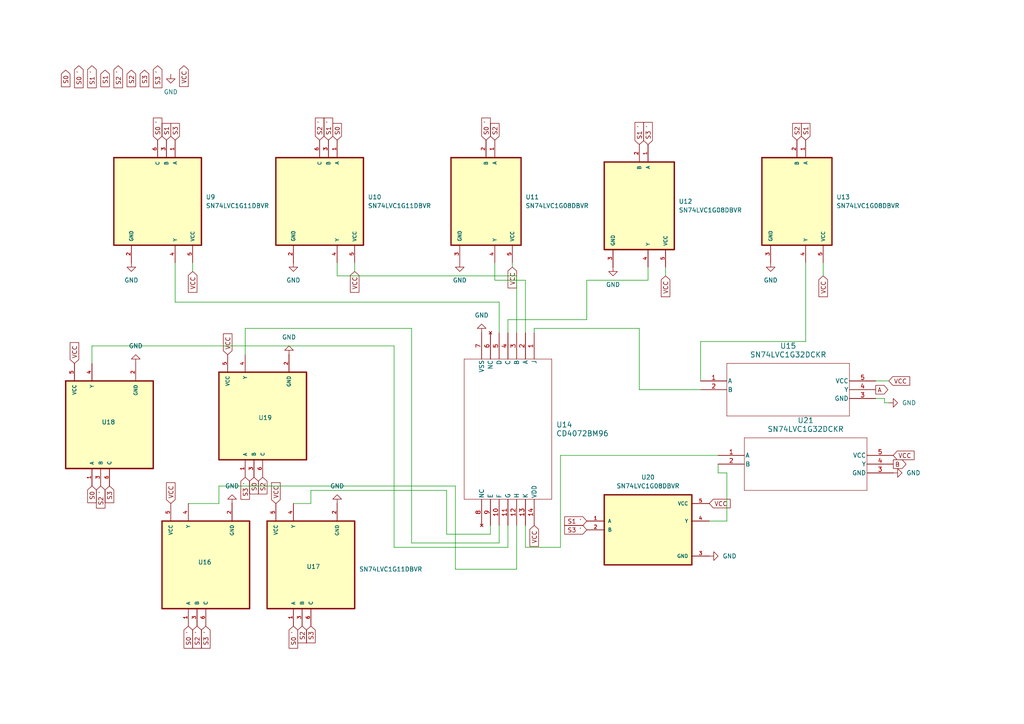
<source format=kicad_sch>
(kicad_sch
	(version 20231120)
	(generator "eeschema")
	(generator_version "8.0")
	(uuid "55df327d-53d0-46f4-9d9b-076c48b5e587")
	(paper "A4")
	(lib_symbols
		(symbol "2-INPUT AND:SN74LVC1G08DBVR"
			(pin_names
				(offset 1.016)
			)
			(exclude_from_sim no)
			(in_bom yes)
			(on_board yes)
			(property "Reference" "U"
				(at -12.7 11.16 0)
				(effects
					(font
						(size 1.27 1.27)
					)
					(justify left bottom)
				)
			)
			(property "Value" "SN74LVC1G08DBVR"
				(at -12.7 -14.16 0)
				(effects
					(font
						(size 1.27 1.27)
					)
					(justify left bottom)
				)
			)
			(property "Footprint" "SN74LVC1G08DBVR:SOT95P280X145-5N"
				(at 0 0 0)
				(effects
					(font
						(size 1.27 1.27)
					)
					(justify bottom)
					(hide yes)
				)
			)
			(property "Datasheet" ""
				(at 0 0 0)
				(effects
					(font
						(size 1.27 1.27)
					)
					(hide yes)
				)
			)
			(property "Description" ""
				(at 0 0 0)
				(effects
					(font
						(size 1.27 1.27)
					)
					(hide yes)
				)
			)
			(symbol "SN74LVC1G08DBVR_0_0"
				(rectangle
					(start -12.7 -10.16)
					(end 12.7 10.16)
					(stroke
						(width 0.41)
						(type default)
					)
					(fill
						(type background)
					)
				)
				(pin input line
					(at -17.78 2.54 0)
					(length 5.08)
					(name "A"
						(effects
							(font
								(size 1.016 1.016)
							)
						)
					)
					(number "1"
						(effects
							(font
								(size 1.016 1.016)
							)
						)
					)
				)
				(pin input line
					(at -17.78 0 0)
					(length 5.08)
					(name "B"
						(effects
							(font
								(size 1.016 1.016)
							)
						)
					)
					(number "2"
						(effects
							(font
								(size 1.016 1.016)
							)
						)
					)
				)
				(pin power_in line
					(at 17.78 -7.62 180)
					(length 5.08)
					(name "GND"
						(effects
							(font
								(size 1.016 1.016)
							)
						)
					)
					(number "3"
						(effects
							(font
								(size 1.016 1.016)
							)
						)
					)
				)
				(pin output line
					(at 17.78 2.54 180)
					(length 5.08)
					(name "Y"
						(effects
							(font
								(size 1.016 1.016)
							)
						)
					)
					(number "4"
						(effects
							(font
								(size 1.016 1.016)
							)
						)
					)
				)
				(pin power_in line
					(at 17.78 7.62 180)
					(length 5.08)
					(name "VCC"
						(effects
							(font
								(size 1.016 1.016)
							)
						)
					)
					(number "5"
						(effects
							(font
								(size 1.016 1.016)
							)
						)
					)
				)
			)
		)
		(symbol "2-INPUT OR:SN74LVC1G32DCKR"
			(pin_names
				(offset 0.254)
			)
			(exclude_from_sim no)
			(in_bom yes)
			(on_board yes)
			(property "Reference" "U"
				(at 25.4 10.16 0)
				(effects
					(font
						(size 1.524 1.524)
					)
				)
			)
			(property "Value" "SN74LVC1G32DCKR"
				(at 25.4 7.62 0)
				(effects
					(font
						(size 1.524 1.524)
					)
				)
			)
			(property "Footprint" "DCK5"
				(at 0 0 0)
				(effects
					(font
						(size 1.27 1.27)
						(italic yes)
					)
					(hide yes)
				)
			)
			(property "Datasheet" "SN74LVC1G32DCKR"
				(at 0 0 0)
				(effects
					(font
						(size 1.27 1.27)
						(italic yes)
					)
					(hide yes)
				)
			)
			(property "Description" ""
				(at 0 0 0)
				(effects
					(font
						(size 1.27 1.27)
					)
					(hide yes)
				)
			)
			(property "ki_locked" ""
				(at 0 0 0)
				(effects
					(font
						(size 1.27 1.27)
					)
				)
			)
			(property "ki_keywords" "SN74LVC1G32DCKR"
				(at 0 0 0)
				(effects
					(font
						(size 1.27 1.27)
					)
					(hide yes)
				)
			)
			(property "ki_fp_filters" "DCK5 DCK5-M DCK5-L"
				(at 0 0 0)
				(effects
					(font
						(size 1.27 1.27)
					)
					(hide yes)
				)
			)
			(symbol "SN74LVC1G32DCKR_0_1"
				(polyline
					(pts
						(xy 7.62 -10.16) (xy 43.18 -10.16)
					)
					(stroke
						(width 0.127)
						(type default)
					)
					(fill
						(type none)
					)
				)
				(polyline
					(pts
						(xy 7.62 5.08) (xy 7.62 -10.16)
					)
					(stroke
						(width 0.127)
						(type default)
					)
					(fill
						(type none)
					)
				)
				(polyline
					(pts
						(xy 43.18 -10.16) (xy 43.18 5.08)
					)
					(stroke
						(width 0.127)
						(type default)
					)
					(fill
						(type none)
					)
				)
				(polyline
					(pts
						(xy 43.18 5.08) (xy 7.62 5.08)
					)
					(stroke
						(width 0.127)
						(type default)
					)
					(fill
						(type none)
					)
				)
				(pin input line
					(at 0 0 0)
					(length 7.62)
					(name "A"
						(effects
							(font
								(size 1.27 1.27)
							)
						)
					)
					(number "1"
						(effects
							(font
								(size 1.27 1.27)
							)
						)
					)
				)
				(pin input line
					(at 0 -2.54 0)
					(length 7.62)
					(name "B"
						(effects
							(font
								(size 1.27 1.27)
							)
						)
					)
					(number "2"
						(effects
							(font
								(size 1.27 1.27)
							)
						)
					)
				)
				(pin power_in line
					(at 50.8 -5.08 180)
					(length 7.62)
					(name "GND"
						(effects
							(font
								(size 1.27 1.27)
							)
						)
					)
					(number "3"
						(effects
							(font
								(size 1.27 1.27)
							)
						)
					)
				)
				(pin output line
					(at 50.8 -2.54 180)
					(length 7.62)
					(name "Y"
						(effects
							(font
								(size 1.27 1.27)
							)
						)
					)
					(number "4"
						(effects
							(font
								(size 1.27 1.27)
							)
						)
					)
				)
				(pin power_in line
					(at 50.8 0 180)
					(length 7.62)
					(name "VCC"
						(effects
							(font
								(size 1.27 1.27)
							)
						)
					)
					(number "5"
						(effects
							(font
								(size 1.27 1.27)
							)
						)
					)
				)
			)
		)
		(symbol "3-INPUT AND:SN74LVC1G11DBVR"
			(pin_names
				(offset 1.016)
			)
			(exclude_from_sim no)
			(in_bom yes)
			(on_board yes)
			(property "Reference" "U"
				(at -12.7 13.7 0)
				(effects
					(font
						(size 1.27 1.27)
					)
					(justify left bottom)
				)
			)
			(property "Value" "SN74LVC1G11DBVR"
				(at -12.7 -16.7 0)
				(effects
					(font
						(size 1.27 1.27)
					)
					(justify left bottom)
				)
			)
			(property "Footprint" "SN74LVC1G11DBVR:SOT95P280X145-6N"
				(at 0 0 0)
				(effects
					(font
						(size 1.27 1.27)
					)
					(justify bottom)
					(hide yes)
				)
			)
			(property "Datasheet" ""
				(at 0 0 0)
				(effects
					(font
						(size 1.27 1.27)
					)
					(hide yes)
				)
			)
			(property "Description" ""
				(at 0 0 0)
				(effects
					(font
						(size 1.27 1.27)
					)
					(hide yes)
				)
			)
			(symbol "SN74LVC1G11DBVR_0_0"
				(rectangle
					(start -12.7 -12.7)
					(end 12.7 12.7)
					(stroke
						(width 0.41)
						(type default)
					)
					(fill
						(type background)
					)
				)
				(pin input line
					(at -17.78 5.08 0)
					(length 5.08)
					(name "A"
						(effects
							(font
								(size 1.016 1.016)
							)
						)
					)
					(number "1"
						(effects
							(font
								(size 1.016 1.016)
							)
						)
					)
				)
				(pin power_in line
					(at 17.78 -7.62 180)
					(length 5.08)
					(name "GND"
						(effects
							(font
								(size 1.016 1.016)
							)
						)
					)
					(number "2"
						(effects
							(font
								(size 1.016 1.016)
							)
						)
					)
				)
				(pin input line
					(at -17.78 2.54 0)
					(length 5.08)
					(name "B"
						(effects
							(font
								(size 1.016 1.016)
							)
						)
					)
					(number "3"
						(effects
							(font
								(size 1.016 1.016)
							)
						)
					)
				)
				(pin output line
					(at 17.78 5.08 180)
					(length 5.08)
					(name "Y"
						(effects
							(font
								(size 1.016 1.016)
							)
						)
					)
					(number "4"
						(effects
							(font
								(size 1.016 1.016)
							)
						)
					)
				)
				(pin power_in line
					(at 17.78 10.16 180)
					(length 5.08)
					(name "VCC"
						(effects
							(font
								(size 1.016 1.016)
							)
						)
					)
					(number "5"
						(effects
							(font
								(size 1.016 1.016)
							)
						)
					)
				)
				(pin input line
					(at -17.78 0 0)
					(length 5.08)
					(name "C"
						(effects
							(font
								(size 1.016 1.016)
							)
						)
					)
					(number "6"
						(effects
							(font
								(size 1.016 1.016)
							)
						)
					)
				)
			)
		)
		(symbol "4-INPUT 2-CHN OR:CD4072BM96"
			(pin_names
				(offset 0.254)
			)
			(exclude_from_sim no)
			(in_bom yes)
			(on_board yes)
			(property "Reference" "U"
				(at 27.94 10.16 0)
				(effects
					(font
						(size 1.524 1.524)
					)
				)
			)
			(property "Value" "CD4072BM96"
				(at 27.94 7.62 0)
				(effects
					(font
						(size 1.524 1.524)
					)
				)
			)
			(property "Footprint" "D14"
				(at 0 0 0)
				(effects
					(font
						(size 1.27 1.27)
						(italic yes)
					)
					(hide yes)
				)
			)
			(property "Datasheet" "CD4072BM96"
				(at 0 0 0)
				(effects
					(font
						(size 1.27 1.27)
						(italic yes)
					)
					(hide yes)
				)
			)
			(property "Description" ""
				(at 0 0 0)
				(effects
					(font
						(size 1.27 1.27)
					)
					(hide yes)
				)
			)
			(property "ki_locked" ""
				(at 0 0 0)
				(effects
					(font
						(size 1.27 1.27)
					)
				)
			)
			(property "ki_keywords" "CD4072BM96"
				(at 0 0 0)
				(effects
					(font
						(size 1.27 1.27)
					)
					(hide yes)
				)
			)
			(property "ki_fp_filters" "D14 D14-M D14-L"
				(at 0 0 0)
				(effects
					(font
						(size 1.27 1.27)
					)
					(hide yes)
				)
			)
			(symbol "CD4072BM96_0_1"
				(polyline
					(pts
						(xy 7.62 -20.32) (xy 48.26 -20.32)
					)
					(stroke
						(width 0.127)
						(type default)
					)
					(fill
						(type none)
					)
				)
				(polyline
					(pts
						(xy 7.62 5.08) (xy 7.62 -20.32)
					)
					(stroke
						(width 0.127)
						(type default)
					)
					(fill
						(type none)
					)
				)
				(polyline
					(pts
						(xy 48.26 -20.32) (xy 48.26 5.08)
					)
					(stroke
						(width 0.127)
						(type default)
					)
					(fill
						(type none)
					)
				)
				(polyline
					(pts
						(xy 48.26 5.08) (xy 7.62 5.08)
					)
					(stroke
						(width 0.127)
						(type default)
					)
					(fill
						(type none)
					)
				)
				(pin unspecified line
					(at 0 0 0)
					(length 7.62)
					(name "J"
						(effects
							(font
								(size 1.27 1.27)
							)
						)
					)
					(number "1"
						(effects
							(font
								(size 1.27 1.27)
							)
						)
					)
				)
				(pin unspecified line
					(at 55.88 -10.16 180)
					(length 7.62)
					(name "F"
						(effects
							(font
								(size 1.27 1.27)
							)
						)
					)
					(number "10"
						(effects
							(font
								(size 1.27 1.27)
							)
						)
					)
				)
				(pin unspecified line
					(at 55.88 -7.62 180)
					(length 7.62)
					(name "G"
						(effects
							(font
								(size 1.27 1.27)
							)
						)
					)
					(number "11"
						(effects
							(font
								(size 1.27 1.27)
							)
						)
					)
				)
				(pin unspecified line
					(at 55.88 -5.08 180)
					(length 7.62)
					(name "H"
						(effects
							(font
								(size 1.27 1.27)
							)
						)
					)
					(number "12"
						(effects
							(font
								(size 1.27 1.27)
							)
						)
					)
				)
				(pin unspecified line
					(at 55.88 -2.54 180)
					(length 7.62)
					(name "K"
						(effects
							(font
								(size 1.27 1.27)
							)
						)
					)
					(number "13"
						(effects
							(font
								(size 1.27 1.27)
							)
						)
					)
				)
				(pin power_in line
					(at 55.88 0 180)
					(length 7.62)
					(name "VDD"
						(effects
							(font
								(size 1.27 1.27)
							)
						)
					)
					(number "14"
						(effects
							(font
								(size 1.27 1.27)
							)
						)
					)
				)
				(pin unspecified line
					(at 0 -2.54 0)
					(length 7.62)
					(name "A"
						(effects
							(font
								(size 1.27 1.27)
							)
						)
					)
					(number "2"
						(effects
							(font
								(size 1.27 1.27)
							)
						)
					)
				)
				(pin unspecified line
					(at 0 -5.08 0)
					(length 7.62)
					(name "B"
						(effects
							(font
								(size 1.27 1.27)
							)
						)
					)
					(number "3"
						(effects
							(font
								(size 1.27 1.27)
							)
						)
					)
				)
				(pin unspecified line
					(at 0 -7.62 0)
					(length 7.62)
					(name "C"
						(effects
							(font
								(size 1.27 1.27)
							)
						)
					)
					(number "4"
						(effects
							(font
								(size 1.27 1.27)
							)
						)
					)
				)
				(pin unspecified line
					(at 0 -10.16 0)
					(length 7.62)
					(name "D"
						(effects
							(font
								(size 1.27 1.27)
							)
						)
					)
					(number "5"
						(effects
							(font
								(size 1.27 1.27)
							)
						)
					)
				)
				(pin no_connect line
					(at 0 -12.7 0)
					(length 7.62)
					(name "NC"
						(effects
							(font
								(size 1.27 1.27)
							)
						)
					)
					(number "6"
						(effects
							(font
								(size 1.27 1.27)
							)
						)
					)
				)
				(pin power_in line
					(at 0 -15.24 0)
					(length 7.62)
					(name "VSS"
						(effects
							(font
								(size 1.27 1.27)
							)
						)
					)
					(number "7"
						(effects
							(font
								(size 1.27 1.27)
							)
						)
					)
				)
				(pin no_connect line
					(at 55.88 -15.24 180)
					(length 7.62)
					(name "NC"
						(effects
							(font
								(size 1.27 1.27)
							)
						)
					)
					(number "8"
						(effects
							(font
								(size 1.27 1.27)
							)
						)
					)
				)
				(pin unspecified line
					(at 55.88 -12.7 180)
					(length 7.62)
					(name "E"
						(effects
							(font
								(size 1.27 1.27)
							)
						)
					)
					(number "9"
						(effects
							(font
								(size 1.27 1.27)
							)
						)
					)
				)
			)
		)
		(symbol "power:GND"
			(power)
			(pin_numbers hide)
			(pin_names
				(offset 0) hide)
			(exclude_from_sim no)
			(in_bom yes)
			(on_board yes)
			(property "Reference" "#PWR"
				(at 0 -6.35 0)
				(effects
					(font
						(size 1.27 1.27)
					)
					(hide yes)
				)
			)
			(property "Value" "GND"
				(at 0 -3.81 0)
				(effects
					(font
						(size 1.27 1.27)
					)
				)
			)
			(property "Footprint" ""
				(at 0 0 0)
				(effects
					(font
						(size 1.27 1.27)
					)
					(hide yes)
				)
			)
			(property "Datasheet" ""
				(at 0 0 0)
				(effects
					(font
						(size 1.27 1.27)
					)
					(hide yes)
				)
			)
			(property "Description" "Power symbol creates a global label with name \"GND\" , ground"
				(at 0 0 0)
				(effects
					(font
						(size 1.27 1.27)
					)
					(hide yes)
				)
			)
			(property "ki_keywords" "global power"
				(at 0 0 0)
				(effects
					(font
						(size 1.27 1.27)
					)
					(hide yes)
				)
			)
			(symbol "GND_0_1"
				(polyline
					(pts
						(xy 0 0) (xy 0 -1.27) (xy 1.27 -1.27) (xy 0 -2.54) (xy -1.27 -1.27) (xy 0 -1.27)
					)
					(stroke
						(width 0)
						(type default)
					)
					(fill
						(type none)
					)
				)
			)
			(symbol "GND_1_1"
				(pin power_in line
					(at 0 0 270)
					(length 0)
					(name "~"
						(effects
							(font
								(size 1.27 1.27)
							)
						)
					)
					(number "1"
						(effects
							(font
								(size 1.27 1.27)
							)
						)
					)
				)
			)
		)
	)
	(wire
		(pts
			(xy 26.67 100.33) (xy 114.3 100.33)
		)
		(stroke
			(width 0)
			(type default)
		)
		(uuid "038ba9af-3fd2-4293-8b87-b2d8f00f981f")
	)
	(wire
		(pts
			(xy 187.96 81.28) (xy 170.18 81.28)
		)
		(stroke
			(width 0)
			(type default)
		)
		(uuid "080de270-115d-4204-84fd-f5c981d4439b")
	)
	(wire
		(pts
			(xy 71.12 95.25) (xy 71.12 102.87)
		)
		(stroke
			(width 0)
			(type default)
		)
		(uuid "0b729c9a-3bd3-4a69-9844-eea96203d37c")
	)
	(wire
		(pts
			(xy 147.32 92.71) (xy 147.32 96.52)
		)
		(stroke
			(width 0)
			(type default)
		)
		(uuid "0c145ee5-3516-4917-8767-35686c7835d9")
	)
	(wire
		(pts
			(xy 54.61 146.05) (xy 63.5 146.05)
		)
		(stroke
			(width 0)
			(type default)
		)
		(uuid "0cf81203-4ad2-47df-a8e1-9e2c35b01a78")
	)
	(wire
		(pts
			(xy 193.04 80.01) (xy 193.04 77.47)
		)
		(stroke
			(width 0)
			(type default)
		)
		(uuid "1448fada-d232-40e4-aacd-0c74b2d0669a")
	)
	(wire
		(pts
			(xy 132.08 140.97) (xy 132.08 165.1)
		)
		(stroke
			(width 0)
			(type default)
		)
		(uuid "14753abc-2468-4b9b-b2ba-7605d62a9a03")
	)
	(wire
		(pts
			(xy 90.17 142.24) (xy 129.54 142.24)
		)
		(stroke
			(width 0)
			(type default)
		)
		(uuid "18b37edd-51e4-4728-80cb-cab156fd1252")
	)
	(wire
		(pts
			(xy 238.76 80.01) (xy 238.76 76.2)
		)
		(stroke
			(width 0)
			(type default)
		)
		(uuid "2098719b-3546-448f-b0d9-8edbf71947da")
	)
	(wire
		(pts
			(xy 187.96 81.28) (xy 187.96 77.47)
		)
		(stroke
			(width 0)
			(type default)
		)
		(uuid "21219e21-6690-4005-94b6-84e7c6ba66ae")
	)
	(wire
		(pts
			(xy 119.38 95.25) (xy 119.38 157.48)
		)
		(stroke
			(width 0)
			(type default)
		)
		(uuid "27d054b6-003a-4570-94e3-43dc89981a96")
	)
	(wire
		(pts
			(xy 50.8 87.63) (xy 50.8 76.2)
		)
		(stroke
			(width 0)
			(type default)
		)
		(uuid "2d3ecb8a-b86c-4a98-9e2c-23d99434cf11")
	)
	(wire
		(pts
			(xy 85.09 146.05) (xy 90.17 146.05)
		)
		(stroke
			(width 0)
			(type default)
		)
		(uuid "31bbfd9c-e16a-4d97-9e41-8742366b0e2a")
	)
	(wire
		(pts
			(xy 154.94 95.25) (xy 154.94 96.52)
		)
		(stroke
			(width 0)
			(type default)
		)
		(uuid "32283b13-69fd-4002-a780-1109d1a05505")
	)
	(wire
		(pts
			(xy 129.54 142.24) (xy 129.54 154.94)
		)
		(stroke
			(width 0)
			(type default)
		)
		(uuid "35745e67-8b85-4402-8ce0-34bf6a802d20")
	)
	(wire
		(pts
			(xy 26.67 105.41) (xy 26.67 100.33)
		)
		(stroke
			(width 0)
			(type default)
		)
		(uuid "39e6bf9a-9cc5-4ecc-8d76-6d9c3e532231")
	)
	(wire
		(pts
			(xy 210.82 151.13) (xy 210.82 137.16)
		)
		(stroke
			(width 0)
			(type default)
		)
		(uuid "41455e95-4a29-4a85-b72a-e21c834ffe02")
	)
	(wire
		(pts
			(xy 257.81 110.49) (xy 254 110.49)
		)
		(stroke
			(width 0)
			(type default)
		)
		(uuid "49b4b819-ff4e-4837-b68c-490ed7f5cef4")
	)
	(wire
		(pts
			(xy 144.78 96.52) (xy 144.78 87.63)
		)
		(stroke
			(width 0)
			(type default)
		)
		(uuid "49c1fcd9-1cb1-426d-9075-b53e1c7da903")
	)
	(wire
		(pts
			(xy 149.86 165.1) (xy 149.86 152.4)
		)
		(stroke
			(width 0)
			(type default)
		)
		(uuid "5cbba07b-5b9b-4a7e-b8d9-7dc3f5bde316")
	)
	(wire
		(pts
			(xy 185.42 95.25) (xy 185.42 113.03)
		)
		(stroke
			(width 0)
			(type default)
		)
		(uuid "5f4803c3-5521-46f3-a151-dd98e2fa9f7d")
	)
	(wire
		(pts
			(xy 185.42 113.03) (xy 203.2 113.03)
		)
		(stroke
			(width 0)
			(type default)
		)
		(uuid "605fed71-5008-4ff8-9438-97d7ee7ede5c")
	)
	(wire
		(pts
			(xy 63.5 140.97) (xy 132.08 140.97)
		)
		(stroke
			(width 0)
			(type default)
		)
		(uuid "63d27af0-70ac-4cca-89b8-561ca46eed6b")
	)
	(wire
		(pts
			(xy 143.51 81.28) (xy 152.4 81.28)
		)
		(stroke
			(width 0)
			(type default)
		)
		(uuid "64a21f75-56b2-44bf-a096-4a9ad9d175da")
	)
	(wire
		(pts
			(xy 257.81 116.84) (xy 256.54 116.84)
		)
		(stroke
			(width 0)
			(type default)
		)
		(uuid "65227902-f6e3-4d15-8280-c672b3cb5b3c")
	)
	(wire
		(pts
			(xy 170.18 81.28) (xy 170.18 92.71)
		)
		(stroke
			(width 0)
			(type default)
		)
		(uuid "6910d48a-f6d9-4e3d-b767-20562a21307d")
	)
	(wire
		(pts
			(xy 119.38 157.48) (xy 144.78 157.48)
		)
		(stroke
			(width 0)
			(type default)
		)
		(uuid "6e37bd20-e088-4473-8d2d-7eb1db8c60f1")
	)
	(wire
		(pts
			(xy 205.74 151.13) (xy 210.82 151.13)
		)
		(stroke
			(width 0)
			(type default)
		)
		(uuid "6e903ff6-7127-4a18-b0d5-babf62410c32")
	)
	(wire
		(pts
			(xy 208.28 137.16) (xy 208.28 134.62)
		)
		(stroke
			(width 0)
			(type default)
		)
		(uuid "748c70eb-6aff-48ba-ab61-9c8f42b68e04")
	)
	(wire
		(pts
			(xy 152.4 158.75) (xy 162.56 158.75)
		)
		(stroke
			(width 0)
			(type default)
		)
		(uuid "76e7581c-17dd-4fd4-8725-33c3386eae9b")
	)
	(wire
		(pts
			(xy 114.3 100.33) (xy 114.3 158.75)
		)
		(stroke
			(width 0)
			(type default)
		)
		(uuid "78f43e46-be21-42fe-98ed-8c69c7d94d0d")
	)
	(wire
		(pts
			(xy 148.59 77.47) (xy 148.59 76.2)
		)
		(stroke
			(width 0)
			(type default)
		)
		(uuid "78f7c491-5650-42d3-a7c8-3a111dbca2ea")
	)
	(wire
		(pts
			(xy 55.88 78.74) (xy 55.88 76.2)
		)
		(stroke
			(width 0)
			(type default)
		)
		(uuid "79572cd6-9404-467b-a8fc-8b8305d0679c")
	)
	(wire
		(pts
			(xy 154.94 95.25) (xy 185.42 95.25)
		)
		(stroke
			(width 0)
			(type default)
		)
		(uuid "7b158c68-53dd-4805-9612-d0eb776f610b")
	)
	(wire
		(pts
			(xy 152.4 152.4) (xy 152.4 158.75)
		)
		(stroke
			(width 0)
			(type default)
		)
		(uuid "7ec67192-2b15-44b7-8a09-61ff2dc2dfbd")
	)
	(wire
		(pts
			(xy 147.32 158.75) (xy 147.32 152.4)
		)
		(stroke
			(width 0)
			(type default)
		)
		(uuid "80a2cc7e-18df-45d2-b7b5-ebc1a3a4848b")
	)
	(wire
		(pts
			(xy 256.54 116.84) (xy 256.54 115.57)
		)
		(stroke
			(width 0)
			(type default)
		)
		(uuid "90493571-a0ce-4f21-a8e2-2d41060f5617")
	)
	(wire
		(pts
			(xy 132.08 165.1) (xy 149.86 165.1)
		)
		(stroke
			(width 0)
			(type default)
		)
		(uuid "9056c963-7f02-496a-b585-758fdfe38cf0")
	)
	(wire
		(pts
			(xy 144.78 157.48) (xy 144.78 152.4)
		)
		(stroke
			(width 0)
			(type default)
		)
		(uuid "9ac481c8-78a4-4275-8e96-3b4ca8356d08")
	)
	(wire
		(pts
			(xy 210.82 137.16) (xy 208.28 137.16)
		)
		(stroke
			(width 0)
			(type default)
		)
		(uuid "9c3583b3-0fa3-4c84-9966-c83399a0de68")
	)
	(wire
		(pts
			(xy 162.56 158.75) (xy 162.56 132.08)
		)
		(stroke
			(width 0)
			(type default)
		)
		(uuid "a22d8f2c-f4ab-4b13-89d7-04bcebcaeb43")
	)
	(wire
		(pts
			(xy 119.38 95.25) (xy 71.12 95.25)
		)
		(stroke
			(width 0)
			(type default)
		)
		(uuid "a6902c63-f8a8-4f12-b15c-351b417fad51")
	)
	(wire
		(pts
			(xy 149.86 80.01) (xy 97.79 80.01)
		)
		(stroke
			(width 0)
			(type default)
		)
		(uuid "aa35329f-39d1-4704-98c1-5422a77b9e7f")
	)
	(wire
		(pts
			(xy 90.17 146.05) (xy 90.17 142.24)
		)
		(stroke
			(width 0)
			(type default)
		)
		(uuid "adb02e69-a191-44dd-a014-b49e245c24b8")
	)
	(wire
		(pts
			(xy 233.68 76.2) (xy 233.68 99.06)
		)
		(stroke
			(width 0)
			(type default)
		)
		(uuid "b60d146f-92f2-4d6f-b368-0aa7f8dc0f3a")
	)
	(wire
		(pts
			(xy 114.3 158.75) (xy 147.32 158.75)
		)
		(stroke
			(width 0)
			(type default)
		)
		(uuid "bf2fa0f2-0e3d-464d-acbd-1f0d756b3893")
	)
	(wire
		(pts
			(xy 129.54 154.94) (xy 142.24 154.94)
		)
		(stroke
			(width 0)
			(type default)
		)
		(uuid "c031dfe6-0e38-437f-9a33-5429b53e5e72")
	)
	(wire
		(pts
			(xy 149.86 96.52) (xy 149.86 80.01)
		)
		(stroke
			(width 0)
			(type default)
		)
		(uuid "cc417925-a909-429f-abae-504f51bed012")
	)
	(wire
		(pts
			(xy 102.87 78.74) (xy 102.87 76.2)
		)
		(stroke
			(width 0)
			(type default)
		)
		(uuid "ccfe8842-c6a0-4270-89c4-ec7df8867866")
	)
	(wire
		(pts
			(xy 63.5 146.05) (xy 63.5 140.97)
		)
		(stroke
			(width 0)
			(type default)
		)
		(uuid "d0f45a3c-a754-48c1-bf10-2dfd0306f8f2")
	)
	(wire
		(pts
			(xy 170.18 92.71) (xy 147.32 92.71)
		)
		(stroke
			(width 0)
			(type default)
		)
		(uuid "d4f9ce49-b88f-446d-b822-739e8c354e08")
	)
	(wire
		(pts
			(xy 142.24 154.94) (xy 142.24 152.4)
		)
		(stroke
			(width 0)
			(type default)
		)
		(uuid "d98edd84-889e-4491-a0fc-072df12fdd31")
	)
	(wire
		(pts
			(xy 152.4 96.52) (xy 152.4 81.28)
		)
		(stroke
			(width 0)
			(type default)
		)
		(uuid "dadd9b7a-ce89-41c7-8e06-329a7c75e6cb")
	)
	(wire
		(pts
			(xy 162.56 132.08) (xy 208.28 132.08)
		)
		(stroke
			(width 0)
			(type default)
		)
		(uuid "e1ef35aa-c1ee-4a38-b04b-803ff22d60af")
	)
	(wire
		(pts
			(xy 144.78 87.63) (xy 50.8 87.63)
		)
		(stroke
			(width 0)
			(type default)
		)
		(uuid "e4dfa7d3-380a-4633-bce8-b97a759b21ae")
	)
	(wire
		(pts
			(xy 97.79 80.01) (xy 97.79 76.2)
		)
		(stroke
			(width 0)
			(type default)
		)
		(uuid "eb0d6d3f-becf-4d6d-adbc-3ca830b00b26")
	)
	(wire
		(pts
			(xy 256.54 115.57) (xy 254 115.57)
		)
		(stroke
			(width 0)
			(type default)
		)
		(uuid "eb1160be-8669-40ca-be97-3addad20489b")
	)
	(wire
		(pts
			(xy 203.2 99.06) (xy 203.2 110.49)
		)
		(stroke
			(width 0)
			(type default)
		)
		(uuid "f0b09c09-e16d-49c7-aaf4-caa493b4405a")
	)
	(wire
		(pts
			(xy 143.51 81.28) (xy 143.51 76.2)
		)
		(stroke
			(width 0)
			(type default)
		)
		(uuid "f0cc21a0-cfa0-4af7-986d-2c5dc8669f59")
	)
	(wire
		(pts
			(xy 233.68 99.06) (xy 203.2 99.06)
		)
		(stroke
			(width 0)
			(type default)
		)
		(uuid "f18f645f-4061-47f3-b285-f07524c770ee")
	)
	(global_label "VCC"
		(shape input)
		(at 257.81 110.49 0)
		(fields_autoplaced yes)
		(effects
			(font
				(size 1.27 1.27)
			)
			(justify left)
		)
		(uuid "04584921-4511-4541-9361-e7b21c807d6c")
		(property "Intersheetrefs" "${INTERSHEET_REFS}"
			(at 264.4238 110.49 0)
			(effects
				(font
					(size 1.27 1.27)
				)
				(justify left)
				(hide yes)
			)
		)
	)
	(global_label "S2 '"
		(shape input)
		(at 34.29 19.05 270)
		(fields_autoplaced yes)
		(effects
			(font
				(size 1.27 1.27)
			)
			(justify right)
		)
		(uuid "04e5786f-5f20-437c-9d26-bd1e0682b4d2")
		(property "Intersheetrefs" "${INTERSHEET_REFS}"
			(at 34.29 26.0266 90)
			(effects
				(font
					(size 1.27 1.27)
				)
				(justify right)
				(hide yes)
			)
		)
	)
	(global_label "S3 '"
		(shape input)
		(at 45.72 19.05 270)
		(fields_autoplaced yes)
		(effects
			(font
				(size 1.27 1.27)
			)
			(justify right)
		)
		(uuid "09ce2bfc-f20c-48d1-b12a-d200da1f49c1")
		(property "Intersheetrefs" "${INTERSHEET_REFS}"
			(at 45.72 26.0266 90)
			(effects
				(font
					(size 1.27 1.27)
				)
				(justify right)
				(hide yes)
			)
		)
	)
	(global_label "S2"
		(shape input)
		(at 143.51 40.64 90)
		(fields_autoplaced yes)
		(effects
			(font
				(size 1.27 1.27)
			)
			(justify left)
		)
		(uuid "0ab34cc6-4237-48eb-98bf-f7f98387203c")
		(property "Intersheetrefs" "${INTERSHEET_REFS}"
			(at 143.51 35.2358 90)
			(effects
				(font
					(size 1.27 1.27)
				)
				(justify left)
				(hide yes)
			)
		)
	)
	(global_label "S0 '"
		(shape input)
		(at 22.86 19.05 270)
		(fields_autoplaced yes)
		(effects
			(font
				(size 1.27 1.27)
			)
			(justify right)
		)
		(uuid "0db5980f-576c-491a-a1d1-5896924aeff7")
		(property "Intersheetrefs" "${INTERSHEET_REFS}"
			(at 22.86 26.0266 90)
			(effects
				(font
					(size 1.27 1.27)
				)
				(justify right)
				(hide yes)
			)
		)
	)
	(global_label "VCC"
		(shape input)
		(at 148.59 77.47 270)
		(fields_autoplaced yes)
		(effects
			(font
				(size 1.27 1.27)
			)
			(justify right)
		)
		(uuid "1b36feae-8264-425c-bc24-3b1eaccc4fe7")
		(property "Intersheetrefs" "${INTERSHEET_REFS}"
			(at 148.59 84.0838 90)
			(effects
				(font
					(size 1.27 1.27)
				)
				(justify right)
				(hide yes)
			)
		)
	)
	(global_label "VCC"
		(shape input)
		(at 49.53 146.05 90)
		(fields_autoplaced yes)
		(effects
			(font
				(size 1.27 1.27)
			)
			(justify left)
		)
		(uuid "1f52921f-f088-488a-bcbb-33d064e253f3")
		(property "Intersheetrefs" "${INTERSHEET_REFS}"
			(at 49.53 139.4362 90)
			(effects
				(font
					(size 1.27 1.27)
				)
				(justify left)
				(hide yes)
			)
		)
	)
	(global_label "S2"
		(shape input)
		(at 76.2 138.43 270)
		(fields_autoplaced yes)
		(effects
			(font
				(size 1.27 1.27)
			)
			(justify right)
		)
		(uuid "2540f5de-7dbf-48be-8dcd-4aabaf4ca00b")
		(property "Intersheetrefs" "${INTERSHEET_REFS}"
			(at 76.2 143.8342 90)
			(effects
				(font
					(size 1.27 1.27)
				)
				(justify right)
				(hide yes)
			)
		)
	)
	(global_label "S1 '"
		(shape input)
		(at 95.25 40.64 90)
		(fields_autoplaced yes)
		(effects
			(font
				(size 1.27 1.27)
			)
			(justify left)
		)
		(uuid "2cf56397-de7e-46d1-a987-ce583734643a")
		(property "Intersheetrefs" "${INTERSHEET_REFS}"
			(at 95.25 33.6634 90)
			(effects
				(font
					(size 1.27 1.27)
				)
				(justify left)
				(hide yes)
			)
		)
	)
	(global_label "VCC"
		(shape input)
		(at 53.34 19.05 270)
		(fields_autoplaced yes)
		(effects
			(font
				(size 1.27 1.27)
			)
			(justify right)
		)
		(uuid "35927e88-ce7a-4b71-9970-fc14e59d260b")
		(property "Intersheetrefs" "${INTERSHEET_REFS}"
			(at 53.34 25.6638 90)
			(effects
				(font
					(size 1.27 1.27)
				)
				(justify right)
				(hide yes)
			)
		)
	)
	(global_label "S2 '"
		(shape input)
		(at 29.21 140.97 270)
		(fields_autoplaced yes)
		(effects
			(font
				(size 1.27 1.27)
			)
			(justify right)
		)
		(uuid "3b86be27-0525-4110-aed3-f39835b432f8")
		(property "Intersheetrefs" "${INTERSHEET_REFS}"
			(at 29.21 147.9466 90)
			(effects
				(font
					(size 1.27 1.27)
				)
				(justify right)
				(hide yes)
			)
		)
	)
	(global_label "S2"
		(shape input)
		(at 87.63 181.61 270)
		(fields_autoplaced yes)
		(effects
			(font
				(size 1.27 1.27)
			)
			(justify right)
		)
		(uuid "4fe31615-80d9-4146-9c57-e65f07a77c8b")
		(property "Intersheetrefs" "${INTERSHEET_REFS}"
			(at 87.63 187.0142 90)
			(effects
				(font
					(size 1.27 1.27)
				)
				(justify right)
				(hide yes)
			)
		)
	)
	(global_label "VCC"
		(shape input)
		(at 259.08 132.08 0)
		(fields_autoplaced yes)
		(effects
			(font
				(size 1.27 1.27)
			)
			(justify left)
		)
		(uuid "5190f185-64b9-4b9f-a922-0f9c74da8893")
		(property "Intersheetrefs" "${INTERSHEET_REFS}"
			(at 265.6938 132.08 0)
			(effects
				(font
					(size 1.27 1.27)
				)
				(justify left)
				(hide yes)
			)
		)
	)
	(global_label "VCC"
		(shape input)
		(at 80.01 146.05 90)
		(fields_autoplaced yes)
		(effects
			(font
				(size 1.27 1.27)
			)
			(justify left)
		)
		(uuid "5b77a778-89ba-442f-aaa0-e0f971c9c398")
		(property "Intersheetrefs" "${INTERSHEET_REFS}"
			(at 80.01 139.4362 90)
			(effects
				(font
					(size 1.27 1.27)
				)
				(justify left)
				(hide yes)
			)
		)
	)
	(global_label "S3 '"
		(shape input)
		(at 187.96 41.91 90)
		(fields_autoplaced yes)
		(effects
			(font
				(size 1.27 1.27)
			)
			(justify left)
		)
		(uuid "627c617e-477b-4499-8fc1-366879611819")
		(property "Intersheetrefs" "${INTERSHEET_REFS}"
			(at 187.96 34.9334 90)
			(effects
				(font
					(size 1.27 1.27)
				)
				(justify left)
				(hide yes)
			)
		)
	)
	(global_label "S3 '"
		(shape input)
		(at 59.69 181.61 270)
		(fields_autoplaced yes)
		(effects
			(font
				(size 1.27 1.27)
			)
			(justify right)
		)
		(uuid "643c0054-d405-4860-8701-9a1d2b2d2414")
		(property "Intersheetrefs" "${INTERSHEET_REFS}"
			(at 59.69 188.5866 90)
			(effects
				(font
					(size 1.27 1.27)
				)
				(justify right)
				(hide yes)
			)
		)
	)
	(global_label "S3 '"
		(shape input)
		(at 71.12 138.43 270)
		(fields_autoplaced yes)
		(effects
			(font
				(size 1.27 1.27)
			)
			(justify right)
		)
		(uuid "67e4a28d-efa2-4e8b-a6b9-20255c05f4d3")
		(property "Intersheetrefs" "${INTERSHEET_REFS}"
			(at 71.12 145.4066 90)
			(effects
				(font
					(size 1.27 1.27)
				)
				(justify right)
				(hide yes)
			)
		)
	)
	(global_label "S3 '"
		(shape input)
		(at 170.18 153.67 180)
		(fields_autoplaced yes)
		(effects
			(font
				(size 1.27 1.27)
			)
			(justify right)
		)
		(uuid "6ba16580-b07e-4a33-815b-446e849431e1")
		(property "Intersheetrefs" "${INTERSHEET_REFS}"
			(at 163.2034 153.67 0)
			(effects
				(font
					(size 1.27 1.27)
				)
				(justify right)
				(hide yes)
			)
		)
	)
	(global_label "S1"
		(shape input)
		(at 233.68 40.64 90)
		(fields_autoplaced yes)
		(effects
			(font
				(size 1.27 1.27)
			)
			(justify left)
		)
		(uuid "81207e95-88a9-459b-8fbd-82165fdde025")
		(property "Intersheetrefs" "${INTERSHEET_REFS}"
			(at 233.68 35.2358 90)
			(effects
				(font
					(size 1.27 1.27)
				)
				(justify left)
				(hide yes)
			)
		)
	)
	(global_label "S1"
		(shape input)
		(at 48.26 40.64 90)
		(fields_autoplaced yes)
		(effects
			(font
				(size 1.27 1.27)
			)
			(justify left)
		)
		(uuid "8423de40-9355-4ff5-b03e-2d133ec843c0")
		(property "Intersheetrefs" "${INTERSHEET_REFS}"
			(at 48.26 35.2358 90)
			(effects
				(font
					(size 1.27 1.27)
				)
				(justify left)
				(hide yes)
			)
		)
	)
	(global_label "S3"
		(shape input)
		(at 90.17 181.61 270)
		(fields_autoplaced yes)
		(effects
			(font
				(size 1.27 1.27)
			)
			(justify right)
		)
		(uuid "86836c82-3c3e-4e52-92c6-e6c23a043ce9")
		(property "Intersheetrefs" "${INTERSHEET_REFS}"
			(at 90.17 187.0142 90)
			(effects
				(font
					(size 1.27 1.27)
				)
				(justify right)
				(hide yes)
			)
		)
	)
	(global_label "S0"
		(shape input)
		(at 26.67 140.97 270)
		(fields_autoplaced yes)
		(effects
			(font
				(size 1.27 1.27)
			)
			(justify right)
		)
		(uuid "87d546b3-91a6-45c9-b265-98b0582b433f")
		(property "Intersheetrefs" "${INTERSHEET_REFS}"
			(at 26.67 146.3742 90)
			(effects
				(font
					(size 1.27 1.27)
				)
				(justify right)
				(hide yes)
			)
		)
	)
	(global_label "VCC"
		(shape input)
		(at 193.04 80.01 270)
		(fields_autoplaced yes)
		(effects
			(font
				(size 1.27 1.27)
			)
			(justify right)
		)
		(uuid "8b7b2a89-50d5-4fb3-bdf6-5d1e54949579")
		(property "Intersheetrefs" "${INTERSHEET_REFS}"
			(at 193.04 86.6238 90)
			(effects
				(font
					(size 1.27 1.27)
				)
				(justify right)
				(hide yes)
			)
		)
	)
	(global_label "A"
		(shape output)
		(at 254 113.03 0)
		(fields_autoplaced yes)
		(effects
			(font
				(size 1.27 1.27)
			)
			(justify left)
		)
		(uuid "8b92d7b2-517a-449c-89a4-8d403aa811a9")
		(property "Intersheetrefs" "${INTERSHEET_REFS}"
			(at 258.0738 113.03 0)
			(effects
				(font
					(size 1.27 1.27)
				)
				(justify left)
				(hide yes)
			)
		)
	)
	(global_label "S3"
		(shape input)
		(at 31.75 140.97 270)
		(fields_autoplaced yes)
		(effects
			(font
				(size 1.27 1.27)
			)
			(justify right)
		)
		(uuid "8eef6cdb-d8a0-4bd3-8484-ad5be092cdbd")
		(property "Intersheetrefs" "${INTERSHEET_REFS}"
			(at 31.75 146.3742 90)
			(effects
				(font
					(size 1.27 1.27)
				)
				(justify right)
				(hide yes)
			)
		)
	)
	(global_label "S0"
		(shape input)
		(at 73.66 138.43 270)
		(fields_autoplaced yes)
		(effects
			(font
				(size 1.27 1.27)
			)
			(justify right)
		)
		(uuid "93d8f311-0e9f-479b-bdab-2e96c5d82003")
		(property "Intersheetrefs" "${INTERSHEET_REFS}"
			(at 73.66 143.8342 90)
			(effects
				(font
					(size 1.27 1.27)
				)
				(justify right)
				(hide yes)
			)
		)
	)
	(global_label "S0"
		(shape input)
		(at 97.79 40.64 90)
		(fields_autoplaced yes)
		(effects
			(font
				(size 1.27 1.27)
			)
			(justify left)
		)
		(uuid "93eebe7b-72fb-4d0f-b210-dd67313e44df")
		(property "Intersheetrefs" "${INTERSHEET_REFS}"
			(at 97.79 35.2358 90)
			(effects
				(font
					(size 1.27 1.27)
				)
				(justify left)
				(hide yes)
			)
		)
	)
	(global_label "S2"
		(shape input)
		(at 231.14 40.64 90)
		(fields_autoplaced yes)
		(effects
			(font
				(size 1.27 1.27)
			)
			(justify left)
		)
		(uuid "96bc5c76-3180-4306-96a9-64a41eace2d9")
		(property "Intersheetrefs" "${INTERSHEET_REFS}"
			(at 231.14 35.2358 90)
			(effects
				(font
					(size 1.27 1.27)
				)
				(justify left)
				(hide yes)
			)
		)
	)
	(global_label "S0 '"
		(shape input)
		(at 45.72 40.64 90)
		(fields_autoplaced yes)
		(effects
			(font
				(size 1.27 1.27)
			)
			(justify left)
		)
		(uuid "97b676b1-ac2a-4a4f-823b-1c2dbc95759a")
		(property "Intersheetrefs" "${INTERSHEET_REFS}"
			(at 45.72 33.6634 90)
			(effects
				(font
					(size 1.27 1.27)
				)
				(justify left)
				(hide yes)
			)
		)
	)
	(global_label "VCC"
		(shape input)
		(at 66.04 102.87 90)
		(fields_autoplaced yes)
		(effects
			(font
				(size 1.27 1.27)
			)
			(justify left)
		)
		(uuid "9dffb901-1721-468e-9594-4549530d8298")
		(property "Intersheetrefs" "${INTERSHEET_REFS}"
			(at 66.04 96.2562 90)
			(effects
				(font
					(size 1.27 1.27)
				)
				(justify left)
				(hide yes)
			)
		)
	)
	(global_label "S3"
		(shape input)
		(at 50.8 40.64 90)
		(fields_autoplaced yes)
		(effects
			(font
				(size 1.27 1.27)
			)
			(justify left)
		)
		(uuid "9fe9eb31-bdf5-4324-850e-0390104cbbfc")
		(property "Intersheetrefs" "${INTERSHEET_REFS}"
			(at 50.8 35.2358 90)
			(effects
				(font
					(size 1.27 1.27)
				)
				(justify left)
				(hide yes)
			)
		)
	)
	(global_label "S1 '"
		(shape input)
		(at 170.18 151.13 180)
		(fields_autoplaced yes)
		(effects
			(font
				(size 1.27 1.27)
			)
			(justify right)
		)
		(uuid "a0e4675d-21fe-49b2-948c-8d08d20a2c4a")
		(property "Intersheetrefs" "${INTERSHEET_REFS}"
			(at 163.2034 151.13 0)
			(effects
				(font
					(size 1.27 1.27)
				)
				(justify right)
				(hide yes)
			)
		)
	)
	(global_label "S0 '"
		(shape input)
		(at 85.09 181.61 270)
		(fields_autoplaced yes)
		(effects
			(font
				(size 1.27 1.27)
			)
			(justify right)
		)
		(uuid "aaf0afdc-62ad-40d1-8ec7-149f2e6518a3")
		(property "Intersheetrefs" "${INTERSHEET_REFS}"
			(at 85.09 188.5866 90)
			(effects
				(font
					(size 1.27 1.27)
				)
				(justify right)
				(hide yes)
			)
		)
	)
	(global_label "S0"
		(shape input)
		(at 19.05 20.32 270)
		(fields_autoplaced yes)
		(effects
			(font
				(size 1.27 1.27)
			)
			(justify right)
		)
		(uuid "ac7cc2cf-2f95-4e0c-becb-50a15eacab16")
		(property "Intersheetrefs" "${INTERSHEET_REFS}"
			(at 19.05 25.7242 90)
			(effects
				(font
					(size 1.27 1.27)
				)
				(justify right)
				(hide yes)
			)
		)
	)
	(global_label "VCC"
		(shape input)
		(at 102.87 78.74 270)
		(fields_autoplaced yes)
		(effects
			(font
				(size 1.27 1.27)
			)
			(justify right)
		)
		(uuid "ad3e8a69-c104-40c1-a2f8-a135735bcd63")
		(property "Intersheetrefs" "${INTERSHEET_REFS}"
			(at 102.87 85.3538 90)
			(effects
				(font
					(size 1.27 1.27)
				)
				(justify right)
				(hide yes)
			)
		)
	)
	(global_label "S0 '"
		(shape input)
		(at 140.97 40.64 90)
		(fields_autoplaced yes)
		(effects
			(font
				(size 1.27 1.27)
			)
			(justify left)
		)
		(uuid "afb470e3-c97e-420b-88c1-9678ce3c6a88")
		(property "Intersheetrefs" "${INTERSHEET_REFS}"
			(at 140.97 33.6634 90)
			(effects
				(font
					(size 1.27 1.27)
				)
				(justify left)
				(hide yes)
			)
		)
	)
	(global_label "S1 '"
		(shape input)
		(at 26.67 19.05 270)
		(fields_autoplaced yes)
		(effects
			(font
				(size 1.27 1.27)
			)
			(justify right)
		)
		(uuid "b176c9ad-8fa0-4895-aec0-fddc5333158f")
		(property "Intersheetrefs" "${INTERSHEET_REFS}"
			(at 26.67 26.0266 90)
			(effects
				(font
					(size 1.27 1.27)
				)
				(justify right)
				(hide yes)
			)
		)
	)
	(global_label "S3"
		(shape input)
		(at 41.91 20.32 270)
		(fields_autoplaced yes)
		(effects
			(font
				(size 1.27 1.27)
			)
			(justify right)
		)
		(uuid "b88d6a27-52fd-4b7c-ab8f-388ad877e629")
		(property "Intersheetrefs" "${INTERSHEET_REFS}"
			(at 41.91 25.7242 90)
			(effects
				(font
					(size 1.27 1.27)
				)
				(justify right)
				(hide yes)
			)
		)
	)
	(global_label "S2 '"
		(shape input)
		(at 92.71 40.64 90)
		(fields_autoplaced yes)
		(effects
			(font
				(size 1.27 1.27)
			)
			(justify left)
		)
		(uuid "ba3795da-f236-49fc-91e4-5ce8fbd9b8a8")
		(property "Intersheetrefs" "${INTERSHEET_REFS}"
			(at 92.71 33.6634 90)
			(effects
				(font
					(size 1.27 1.27)
				)
				(justify left)
				(hide yes)
			)
		)
	)
	(global_label "S0 '"
		(shape input)
		(at 54.61 181.61 270)
		(fields_autoplaced yes)
		(effects
			(font
				(size 1.27 1.27)
			)
			(justify right)
		)
		(uuid "bbfe7b59-10f4-4a6c-976b-584c34dcf49e")
		(property "Intersheetrefs" "${INTERSHEET_REFS}"
			(at 54.61 188.5866 90)
			(effects
				(font
					(size 1.27 1.27)
				)
				(justify right)
				(hide yes)
			)
		)
	)
	(global_label "S1"
		(shape input)
		(at 30.48 20.32 270)
		(fields_autoplaced yes)
		(effects
			(font
				(size 1.27 1.27)
			)
			(justify right)
		)
		(uuid "ca125517-0f8b-4b02-a95f-95f169a0defc")
		(property "Intersheetrefs" "${INTERSHEET_REFS}"
			(at 30.48 25.7242 90)
			(effects
				(font
					(size 1.27 1.27)
				)
				(justify right)
				(hide yes)
			)
		)
	)
	(global_label "S2"
		(shape input)
		(at 38.1 20.32 270)
		(fields_autoplaced yes)
		(effects
			(font
				(size 1.27 1.27)
			)
			(justify right)
		)
		(uuid "ccd18c0b-fbf2-4250-8582-ffd686ccfd14")
		(property "Intersheetrefs" "${INTERSHEET_REFS}"
			(at 38.1 25.7242 90)
			(effects
				(font
					(size 1.27 1.27)
				)
				(justify right)
				(hide yes)
			)
		)
	)
	(global_label "VCC"
		(shape input)
		(at 238.76 80.01 270)
		(fields_autoplaced yes)
		(effects
			(font
				(size 1.27 1.27)
			)
			(justify right)
		)
		(uuid "d157fa9f-54f3-4dc0-9785-7b0587a4169a")
		(property "Intersheetrefs" "${INTERSHEET_REFS}"
			(at 238.76 86.6238 90)
			(effects
				(font
					(size 1.27 1.27)
				)
				(justify right)
				(hide yes)
			)
		)
	)
	(global_label "B"
		(shape output)
		(at 259.08 134.62 0)
		(fields_autoplaced yes)
		(effects
			(font
				(size 1.27 1.27)
			)
			(justify left)
		)
		(uuid "daad8590-8b7f-4d9f-a992-8e9f03d7a458")
		(property "Intersheetrefs" "${INTERSHEET_REFS}"
			(at 263.3352 134.62 0)
			(effects
				(font
					(size 1.27 1.27)
				)
				(justify left)
				(hide yes)
			)
		)
	)
	(global_label "VCC"
		(shape input)
		(at 55.88 78.74 270)
		(fields_autoplaced yes)
		(effects
			(font
				(size 1.27 1.27)
			)
			(justify right)
		)
		(uuid "e011df92-8be8-4ce0-aaa7-36c7ee070515")
		(property "Intersheetrefs" "${INTERSHEET_REFS}"
			(at 55.88 85.3538 90)
			(effects
				(font
					(size 1.27 1.27)
				)
				(justify right)
				(hide yes)
			)
		)
	)
	(global_label "VCC"
		(shape input)
		(at 154.94 152.4 270)
		(fields_autoplaced yes)
		(effects
			(font
				(size 1.27 1.27)
			)
			(justify right)
		)
		(uuid "e0b35bf5-43c3-4a4b-95b2-321a0f12518a")
		(property "Intersheetrefs" "${INTERSHEET_REFS}"
			(at 154.94 159.0138 90)
			(effects
				(font
					(size 1.27 1.27)
				)
				(justify right)
				(hide yes)
			)
		)
	)
	(global_label "VCC"
		(shape input)
		(at 21.59 105.41 90)
		(fields_autoplaced yes)
		(effects
			(font
				(size 1.27 1.27)
			)
			(justify left)
		)
		(uuid "e26c7823-9c8d-44d5-a7ff-f0dd98cc21a9")
		(property "Intersheetrefs" "${INTERSHEET_REFS}"
			(at 21.59 98.7962 90)
			(effects
				(font
					(size 1.27 1.27)
				)
				(justify left)
				(hide yes)
			)
		)
	)
	(global_label "S1 '"
		(shape input)
		(at 185.42 41.91 90)
		(fields_autoplaced yes)
		(effects
			(font
				(size 1.27 1.27)
			)
			(justify left)
		)
		(uuid "ee970518-ce4e-49b3-b9a3-2cef1cb3eed8")
		(property "Intersheetrefs" "${INTERSHEET_REFS}"
			(at 185.42 34.9334 90)
			(effects
				(font
					(size 1.27 1.27)
				)
				(justify left)
				(hide yes)
			)
		)
	)
	(global_label "S2 '"
		(shape input)
		(at 57.15 181.61 270)
		(fields_autoplaced yes)
		(effects
			(font
				(size 1.27 1.27)
			)
			(justify right)
		)
		(uuid "f0219d11-4256-4b42-9e56-5cdaa3329d34")
		(property "Intersheetrefs" "${INTERSHEET_REFS}"
			(at 57.15 188.5866 90)
			(effects
				(font
					(size 1.27 1.27)
				)
				(justify right)
				(hide yes)
			)
		)
	)
	(global_label "VCC"
		(shape input)
		(at 205.74 146.05 0)
		(fields_autoplaced yes)
		(effects
			(font
				(size 1.27 1.27)
			)
			(justify left)
		)
		(uuid "fcbe3a88-973c-45d3-9ef7-8d8ebe7f0f19")
		(property "Intersheetrefs" "${INTERSHEET_REFS}"
			(at 212.3538 146.05 0)
			(effects
				(font
					(size 1.27 1.27)
				)
				(justify left)
				(hide yes)
			)
		)
	)
	(symbol
		(lib_id "2-INPUT OR:SN74LVC1G32DCKR")
		(at 203.2 110.49 0)
		(unit 1)
		(exclude_from_sim no)
		(in_bom yes)
		(on_board yes)
		(dnp no)
		(fields_autoplaced yes)
		(uuid "01920240-f3bc-4cb6-bc6f-435eabc3a1c9")
		(property "Reference" "U15"
			(at 228.6 100.33 0)
			(effects
				(font
					(size 1.524 1.524)
				)
			)
		)
		(property "Value" "SN74LVC1G32DCKR"
			(at 228.6 102.87 0)
			(effects
				(font
					(size 1.524 1.524)
				)
			)
		)
		(property "Footprint" "LOGIC:2-INPUT OR"
			(at 203.2 110.49 0)
			(effects
				(font
					(size 1.27 1.27)
					(italic yes)
				)
				(hide yes)
			)
		)
		(property "Datasheet" "SN74LVC1G32DCKR"
			(at 203.2 110.49 0)
			(effects
				(font
					(size 1.27 1.27)
					(italic yes)
				)
				(hide yes)
			)
		)
		(property "Description" ""
			(at 203.2 110.49 0)
			(effects
				(font
					(size 1.27 1.27)
				)
				(hide yes)
			)
		)
		(pin "2"
			(uuid "dd04339e-640f-4c00-9c89-00dc3be0f408")
		)
		(pin "4"
			(uuid "40f8a1b2-2496-4eae-b0a2-f7e98405aba4")
		)
		(pin "1"
			(uuid "29200331-a63b-4ab2-8ff0-2258e110448e")
		)
		(pin "3"
			(uuid "5562ed1d-4107-4844-8257-f6f737bb2637")
		)
		(pin "5"
			(uuid "442fa130-e189-4895-89bb-2226664ce0bb")
		)
		(instances
			(project "4 Bit - Seven Seg Interface"
				(path "/70a3617d-b021-4325-807b-315f214c30c6/4e9c5c47-d093-48d2-b1e1-f88fccd29d67/9fa58092-2f4a-48f7-a14a-91aefc5701eb"
					(reference "U15")
					(unit 1)
				)
			)
		)
	)
	(symbol
		(lib_id "power:GND")
		(at 49.53 21.59 0)
		(unit 1)
		(exclude_from_sim no)
		(in_bom yes)
		(on_board yes)
		(dnp no)
		(fields_autoplaced yes)
		(uuid "043e8375-511a-49ba-b680-3380a1ba78b7")
		(property "Reference" "#PWR045"
			(at 49.53 27.94 0)
			(effects
				(font
					(size 1.27 1.27)
				)
				(hide yes)
			)
		)
		(property "Value" "GND"
			(at 49.53 26.67 0)
			(effects
				(font
					(size 1.27 1.27)
				)
			)
		)
		(property "Footprint" ""
			(at 49.53 21.59 0)
			(effects
				(font
					(size 1.27 1.27)
				)
				(hide yes)
			)
		)
		(property "Datasheet" ""
			(at 49.53 21.59 0)
			(effects
				(font
					(size 1.27 1.27)
				)
				(hide yes)
			)
		)
		(property "Description" "Power symbol creates a global label with name \"GND\" , ground"
			(at 49.53 21.59 0)
			(effects
				(font
					(size 1.27 1.27)
				)
				(hide yes)
			)
		)
		(pin "1"
			(uuid "c1fa5027-1e70-4082-90d8-19372d792153")
		)
		(instances
			(project "4 Bit - Seven Seg Interface"
				(path "/70a3617d-b021-4325-807b-315f214c30c6/4e9c5c47-d093-48d2-b1e1-f88fccd29d67/9fa58092-2f4a-48f7-a14a-91aefc5701eb"
					(reference "#PWR045")
					(unit 1)
				)
			)
		)
	)
	(symbol
		(lib_id "3-INPUT AND:SN74LVC1G11DBVR")
		(at 76.2 120.65 90)
		(unit 1)
		(exclude_from_sim no)
		(in_bom yes)
		(on_board yes)
		(dnp no)
		(uuid "0a926c10-aa25-4c55-bd03-06db48919ce5")
		(property "Reference" "U19"
			(at 74.93 121.158 90)
			(effects
				(font
					(size 1.27 1.27)
				)
				(justify right)
			)
		)
		(property "Value" "SN74LVC1G11DBVR"
			(at 90.17 121.9199 90)
			(effects
				(font
					(size 1.27 1.27)
				)
				(justify right)
				(hide yes)
			)
		)
		(property "Footprint" "LOGIC:3-INPUT AND"
			(at 76.2 120.65 0)
			(effects
				(font
					(size 1.27 1.27)
				)
				(justify bottom)
				(hide yes)
			)
		)
		(property "Datasheet" ""
			(at 76.2 120.65 0)
			(effects
				(font
					(size 1.27 1.27)
				)
				(hide yes)
			)
		)
		(property "Description" ""
			(at 76.2 120.65 0)
			(effects
				(font
					(size 1.27 1.27)
				)
				(hide yes)
			)
		)
		(pin "2"
			(uuid "593f1d50-43fd-46fc-8401-98bb82dbfb81")
		)
		(pin "3"
			(uuid "ae2ceb89-9d7b-4b4a-82a6-2e3a9f784695")
		)
		(pin "6"
			(uuid "cb38dcfb-2a47-4941-8757-6fe59fadc6f3")
		)
		(pin "1"
			(uuid "120c6364-f306-4025-9ac5-2c532de51807")
		)
		(pin "5"
			(uuid "c748784d-867e-42ef-a734-ddd69021626b")
		)
		(pin "4"
			(uuid "abae16dc-3c35-4eca-a189-fe18afbb0665")
		)
		(instances
			(project "4 Bit - Seven Seg Interface"
				(path "/70a3617d-b021-4325-807b-315f214c30c6/4e9c5c47-d093-48d2-b1e1-f88fccd29d67/9fa58092-2f4a-48f7-a14a-91aefc5701eb"
					(reference "U19")
					(unit 1)
				)
			)
		)
	)
	(symbol
		(lib_id "3-INPUT AND:SN74LVC1G11DBVR")
		(at 59.69 163.83 90)
		(unit 1)
		(exclude_from_sim no)
		(in_bom yes)
		(on_board yes)
		(dnp no)
		(uuid "16325baf-75c5-45b0-b8d8-97a26087efaf")
		(property "Reference" "U16"
			(at 57.404 163.068 90)
			(effects
				(font
					(size 1.27 1.27)
				)
				(justify right)
			)
		)
		(property "Value" "SN74LVC1G11DBVR"
			(at 73.66 165.0999 90)
			(effects
				(font
					(size 1.27 1.27)
				)
				(justify right)
				(hide yes)
			)
		)
		(property "Footprint" "LOGIC:3-INPUT AND"
			(at 59.69 163.83 0)
			(effects
				(font
					(size 1.27 1.27)
				)
				(justify bottom)
				(hide yes)
			)
		)
		(property "Datasheet" ""
			(at 59.69 163.83 0)
			(effects
				(font
					(size 1.27 1.27)
				)
				(hide yes)
			)
		)
		(property "Description" ""
			(at 59.69 163.83 0)
			(effects
				(font
					(size 1.27 1.27)
				)
				(hide yes)
			)
		)
		(pin "2"
			(uuid "84e0f022-4cf6-495f-b73b-980932626d49")
		)
		(pin "3"
			(uuid "14642031-72fb-44e4-9b9a-28799ae7705a")
		)
		(pin "6"
			(uuid "b211e054-1035-4d50-8fbe-fafcbcc51fea")
		)
		(pin "1"
			(uuid "7d210357-ac29-4b7f-8cfd-f372190d3a03")
		)
		(pin "5"
			(uuid "d52948eb-e2d3-4696-970c-818c28e6d293")
		)
		(pin "4"
			(uuid "742b6f00-491f-4267-9d63-8bb3966ccd0f")
		)
		(instances
			(project "4 Bit - Seven Seg Interface"
				(path "/70a3617d-b021-4325-807b-315f214c30c6/4e9c5c47-d093-48d2-b1e1-f88fccd29d67/9fa58092-2f4a-48f7-a14a-91aefc5701eb"
					(reference "U16")
					(unit 1)
				)
			)
		)
	)
	(symbol
		(lib_id "power:GND")
		(at 39.37 105.41 180)
		(unit 1)
		(exclude_from_sim no)
		(in_bom yes)
		(on_board yes)
		(dnp no)
		(fields_autoplaced yes)
		(uuid "1f8d7d66-8bfa-4669-8304-63dd9adcc494")
		(property "Reference" "#PWR056"
			(at 39.37 99.06 0)
			(effects
				(font
					(size 1.27 1.27)
				)
				(hide yes)
			)
		)
		(property "Value" "GND"
			(at 39.37 100.33 0)
			(effects
				(font
					(size 1.27 1.27)
				)
			)
		)
		(property "Footprint" ""
			(at 39.37 105.41 0)
			(effects
				(font
					(size 1.27 1.27)
				)
				(hide yes)
			)
		)
		(property "Datasheet" ""
			(at 39.37 105.41 0)
			(effects
				(font
					(size 1.27 1.27)
				)
				(hide yes)
			)
		)
		(property "Description" "Power symbol creates a global label with name \"GND\" , ground"
			(at 39.37 105.41 0)
			(effects
				(font
					(size 1.27 1.27)
				)
				(hide yes)
			)
		)
		(pin "1"
			(uuid "cdb3b4eb-8abf-45a3-9168-d4598b9ec459")
		)
		(instances
			(project "4 Bit - Seven Seg Interface"
				(path "/70a3617d-b021-4325-807b-315f214c30c6/4e9c5c47-d093-48d2-b1e1-f88fccd29d67/9fa58092-2f4a-48f7-a14a-91aefc5701eb"
					(reference "#PWR056")
					(unit 1)
				)
			)
		)
	)
	(symbol
		(lib_id "3-INPUT AND:SN74LVC1G11DBVR")
		(at 92.71 58.42 270)
		(unit 1)
		(exclude_from_sim no)
		(in_bom yes)
		(on_board yes)
		(dnp no)
		(fields_autoplaced yes)
		(uuid "33d65e28-2bb1-44c9-b5ec-5f38bbd7e98a")
		(property "Reference" "U10"
			(at 106.68 57.1499 90)
			(effects
				(font
					(size 1.27 1.27)
				)
				(justify left)
			)
		)
		(property "Value" "SN74LVC1G11DBVR"
			(at 106.68 59.6899 90)
			(effects
				(font
					(size 1.27 1.27)
				)
				(justify left)
			)
		)
		(property "Footprint" "LOGIC:3-INPUT AND"
			(at 92.71 58.42 0)
			(effects
				(font
					(size 1.27 1.27)
				)
				(justify bottom)
				(hide yes)
			)
		)
		(property "Datasheet" ""
			(at 92.71 58.42 0)
			(effects
				(font
					(size 1.27 1.27)
				)
				(hide yes)
			)
		)
		(property "Description" ""
			(at 92.71 58.42 0)
			(effects
				(font
					(size 1.27 1.27)
				)
				(hide yes)
			)
		)
		(pin "2"
			(uuid "d97d3876-d365-43ef-a22c-6bacd046308b")
		)
		(pin "3"
			(uuid "5cc8624d-de8f-4920-b9e7-d9c3a2b93666")
		)
		(pin "6"
			(uuid "eb95b4b2-a981-4497-86a7-b26354aa7f75")
		)
		(pin "1"
			(uuid "e3c90b18-319e-4eaa-9754-8b9d7095cae1")
		)
		(pin "5"
			(uuid "92d45d01-124c-41ef-a0d5-e6b5e0b9e497")
		)
		(pin "4"
			(uuid "308b6a2e-d0d8-4acc-9810-b04a383df9a4")
		)
		(instances
			(project "4 Bit - Seven Seg Interface"
				(path "/70a3617d-b021-4325-807b-315f214c30c6/4e9c5c47-d093-48d2-b1e1-f88fccd29d67/9fa58092-2f4a-48f7-a14a-91aefc5701eb"
					(reference "U10")
					(unit 1)
				)
			)
		)
	)
	(symbol
		(lib_id "2-INPUT AND:SN74LVC1G08DBVR")
		(at 187.96 153.67 0)
		(unit 1)
		(exclude_from_sim no)
		(in_bom yes)
		(on_board yes)
		(dnp no)
		(fields_autoplaced yes)
		(uuid "39b678fd-37ad-44e1-afe5-3bf4a5982f9b")
		(property "Reference" "U20"
			(at 187.96 138.43 0)
			(effects
				(font
					(size 1.27 1.27)
				)
			)
		)
		(property "Value" "SN74LVC1G08DBVR"
			(at 187.96 140.97 0)
			(effects
				(font
					(size 1.27 1.27)
				)
			)
		)
		(property "Footprint" "LOGIC:SOT95P280X145-5N"
			(at 187.96 153.67 0)
			(effects
				(font
					(size 1.27 1.27)
				)
				(justify bottom)
				(hide yes)
			)
		)
		(property "Datasheet" ""
			(at 187.96 153.67 0)
			(effects
				(font
					(size 1.27 1.27)
				)
				(hide yes)
			)
		)
		(property "Description" ""
			(at 187.96 153.67 0)
			(effects
				(font
					(size 1.27 1.27)
				)
				(hide yes)
			)
		)
		(pin "2"
			(uuid "17fe6648-0f94-4e70-9ad0-7ff86cb56d59")
		)
		(pin "4"
			(uuid "6cd63225-f093-4677-93e0-8ab924b15a77")
		)
		(pin "5"
			(uuid "b38912af-e910-4599-a7df-032c44444f2d")
		)
		(pin "1"
			(uuid "679c7e58-9aea-4305-87d4-4226c9b588af")
		)
		(pin "3"
			(uuid "086c6bbf-4ee2-40d7-b089-82d9e69cff62")
		)
		(instances
			(project "4 Bit - Seven Seg Interface"
				(path "/70a3617d-b021-4325-807b-315f214c30c6/4e9c5c47-d093-48d2-b1e1-f88fccd29d67/9fa58092-2f4a-48f7-a14a-91aefc5701eb"
					(reference "U20")
					(unit 1)
				)
			)
		)
	)
	(symbol
		(lib_id "power:GND")
		(at 85.09 76.2 0)
		(unit 1)
		(exclude_from_sim no)
		(in_bom yes)
		(on_board yes)
		(dnp no)
		(fields_autoplaced yes)
		(uuid "4358f551-e315-469c-a2b5-d59d95acd055")
		(property "Reference" "#PWR047"
			(at 85.09 82.55 0)
			(effects
				(font
					(size 1.27 1.27)
				)
				(hide yes)
			)
		)
		(property "Value" "GND"
			(at 85.09 81.28 0)
			(effects
				(font
					(size 1.27 1.27)
				)
			)
		)
		(property "Footprint" ""
			(at 85.09 76.2 0)
			(effects
				(font
					(size 1.27 1.27)
				)
				(hide yes)
			)
		)
		(property "Datasheet" ""
			(at 85.09 76.2 0)
			(effects
				(font
					(size 1.27 1.27)
				)
				(hide yes)
			)
		)
		(property "Description" "Power symbol creates a global label with name \"GND\" , ground"
			(at 85.09 76.2 0)
			(effects
				(font
					(size 1.27 1.27)
				)
				(hide yes)
			)
		)
		(pin "1"
			(uuid "d7772b5e-9b75-498e-9010-2bddf638bc15")
		)
		(instances
			(project "4 Bit - Seven Seg Interface"
				(path "/70a3617d-b021-4325-807b-315f214c30c6/4e9c5c47-d093-48d2-b1e1-f88fccd29d67/9fa58092-2f4a-48f7-a14a-91aefc5701eb"
					(reference "#PWR047")
					(unit 1)
				)
			)
		)
	)
	(symbol
		(lib_id "power:GND")
		(at 83.82 102.87 180)
		(unit 1)
		(exclude_from_sim no)
		(in_bom yes)
		(on_board yes)
		(dnp no)
		(fields_autoplaced yes)
		(uuid "4f692078-cf4e-4b0c-b1f8-d1e2ba00ba5d")
		(property "Reference" "#PWR055"
			(at 83.82 96.52 0)
			(effects
				(font
					(size 1.27 1.27)
				)
				(hide yes)
			)
		)
		(property "Value" "GND"
			(at 83.82 97.79 0)
			(effects
				(font
					(size 1.27 1.27)
				)
			)
		)
		(property "Footprint" ""
			(at 83.82 102.87 0)
			(effects
				(font
					(size 1.27 1.27)
				)
				(hide yes)
			)
		)
		(property "Datasheet" ""
			(at 83.82 102.87 0)
			(effects
				(font
					(size 1.27 1.27)
				)
				(hide yes)
			)
		)
		(property "Description" "Power symbol creates a global label with name \"GND\" , ground"
			(at 83.82 102.87 0)
			(effects
				(font
					(size 1.27 1.27)
				)
				(hide yes)
			)
		)
		(pin "1"
			(uuid "fefe7810-6c3a-40c0-80bc-ac787363f773")
		)
		(instances
			(project "4 Bit - Seven Seg Interface"
				(path "/70a3617d-b021-4325-807b-315f214c30c6/4e9c5c47-d093-48d2-b1e1-f88fccd29d67/9fa58092-2f4a-48f7-a14a-91aefc5701eb"
					(reference "#PWR055")
					(unit 1)
				)
			)
		)
	)
	(symbol
		(lib_id "2-INPUT AND:SN74LVC1G08DBVR")
		(at 140.97 58.42 270)
		(unit 1)
		(exclude_from_sim no)
		(in_bom yes)
		(on_board yes)
		(dnp no)
		(fields_autoplaced yes)
		(uuid "58bd0fd4-4ca0-4724-b11e-4c27e7710c6b")
		(property "Reference" "U11"
			(at 152.4 57.1499 90)
			(effects
				(font
					(size 1.27 1.27)
				)
				(justify left)
			)
		)
		(property "Value" "SN74LVC1G08DBVR"
			(at 152.4 59.6899 90)
			(effects
				(font
					(size 1.27 1.27)
				)
				(justify left)
			)
		)
		(property "Footprint" "LOGIC:SOT95P280X145-5N"
			(at 140.97 58.42 0)
			(effects
				(font
					(size 1.27 1.27)
				)
				(justify bottom)
				(hide yes)
			)
		)
		(property "Datasheet" ""
			(at 140.97 58.42 0)
			(effects
				(font
					(size 1.27 1.27)
				)
				(hide yes)
			)
		)
		(property "Description" ""
			(at 140.97 58.42 0)
			(effects
				(font
					(size 1.27 1.27)
				)
				(hide yes)
			)
		)
		(pin "2"
			(uuid "e3e286a0-2a18-48e9-b929-c74cd240a43f")
		)
		(pin "4"
			(uuid "48e7f917-89cc-4921-a31d-6123446030a4")
		)
		(pin "5"
			(uuid "66357ed0-498d-4be2-9324-3a09fca12f3d")
		)
		(pin "1"
			(uuid "2201206f-7861-4f1a-b887-3785bb130bca")
		)
		(pin "3"
			(uuid "6e7d5047-9510-423d-9bfe-3ce5a7c76310")
		)
		(instances
			(project "4 Bit - Seven Seg Interface"
				(path "/70a3617d-b021-4325-807b-315f214c30c6/4e9c5c47-d093-48d2-b1e1-f88fccd29d67/9fa58092-2f4a-48f7-a14a-91aefc5701eb"
					(reference "U11")
					(unit 1)
				)
			)
		)
	)
	(symbol
		(lib_id "power:GND")
		(at 205.74 161.29 90)
		(unit 1)
		(exclude_from_sim no)
		(in_bom yes)
		(on_board yes)
		(dnp no)
		(fields_autoplaced yes)
		(uuid "5a3412b9-48e8-48ac-a7bb-531ba298b88a")
		(property "Reference" "#PWR053"
			(at 212.09 161.29 0)
			(effects
				(font
					(size 1.27 1.27)
				)
				(hide yes)
			)
		)
		(property "Value" "GND"
			(at 209.55 161.2899 90)
			(effects
				(font
					(size 1.27 1.27)
				)
				(justify right)
			)
		)
		(property "Footprint" ""
			(at 205.74 161.29 0)
			(effects
				(font
					(size 1.27 1.27)
				)
				(hide yes)
			)
		)
		(property "Datasheet" ""
			(at 205.74 161.29 0)
			(effects
				(font
					(size 1.27 1.27)
				)
				(hide yes)
			)
		)
		(property "Description" "Power symbol creates a global label with name \"GND\" , ground"
			(at 205.74 161.29 0)
			(effects
				(font
					(size 1.27 1.27)
				)
				(hide yes)
			)
		)
		(pin "1"
			(uuid "7fdf7a39-0085-4d2a-a117-8268f46849b2")
		)
		(instances
			(project "4 Bit - Seven Seg Interface"
				(path "/70a3617d-b021-4325-807b-315f214c30c6/4e9c5c47-d093-48d2-b1e1-f88fccd29d67/9fa58092-2f4a-48f7-a14a-91aefc5701eb"
					(reference "#PWR053")
					(unit 1)
				)
			)
		)
	)
	(symbol
		(lib_id "2-INPUT OR:SN74LVC1G32DCKR")
		(at 208.28 132.08 0)
		(unit 1)
		(exclude_from_sim no)
		(in_bom yes)
		(on_board yes)
		(dnp no)
		(fields_autoplaced yes)
		(uuid "5d5ffdab-38bc-44a4-8360-e498113eaf81")
		(property "Reference" "U21"
			(at 233.68 121.92 0)
			(effects
				(font
					(size 1.524 1.524)
				)
			)
		)
		(property "Value" "SN74LVC1G32DCKR"
			(at 233.68 124.46 0)
			(effects
				(font
					(size 1.524 1.524)
				)
			)
		)
		(property "Footprint" "LOGIC:2-INPUT OR"
			(at 208.28 132.08 0)
			(effects
				(font
					(size 1.27 1.27)
					(italic yes)
				)
				(hide yes)
			)
		)
		(property "Datasheet" "SN74LVC1G32DCKR"
			(at 208.28 132.08 0)
			(effects
				(font
					(size 1.27 1.27)
					(italic yes)
				)
				(hide yes)
			)
		)
		(property "Description" ""
			(at 208.28 132.08 0)
			(effects
				(font
					(size 1.27 1.27)
				)
				(hide yes)
			)
		)
		(pin "2"
			(uuid "6c396a7d-e210-4f53-b91b-8677deb9f9ba")
		)
		(pin "4"
			(uuid "0f1647f6-bef3-41e5-90f9-1328b6d373b7")
		)
		(pin "1"
			(uuid "72198b45-7665-4f91-b5d1-a97e80498db0")
		)
		(pin "3"
			(uuid "5b1a3630-f425-4f28-8121-b52d372e4d4d")
		)
		(pin "5"
			(uuid "c51b21b7-04da-425a-b697-c7cfe8aa707a")
		)
		(instances
			(project "4 Bit - Seven Seg Interface"
				(path "/70a3617d-b021-4325-807b-315f214c30c6/4e9c5c47-d093-48d2-b1e1-f88fccd29d67/9fa58092-2f4a-48f7-a14a-91aefc5701eb"
					(reference "U21")
					(unit 1)
				)
			)
		)
	)
	(symbol
		(lib_id "2-INPUT AND:SN74LVC1G08DBVR")
		(at 185.42 59.69 270)
		(unit 1)
		(exclude_from_sim no)
		(in_bom yes)
		(on_board yes)
		(dnp no)
		(fields_autoplaced yes)
		(uuid "7b85d249-699a-4dad-88d7-6fcf5b8a3860")
		(property "Reference" "U12"
			(at 196.85 58.4199 90)
			(effects
				(font
					(size 1.27 1.27)
				)
				(justify left)
			)
		)
		(property "Value" "SN74LVC1G08DBVR"
			(at 196.85 60.9599 90)
			(effects
				(font
					(size 1.27 1.27)
				)
				(justify left)
			)
		)
		(property "Footprint" "LOGIC:SOT95P280X145-5N"
			(at 185.42 59.69 0)
			(effects
				(font
					(size 1.27 1.27)
				)
				(justify bottom)
				(hide yes)
			)
		)
		(property "Datasheet" ""
			(at 185.42 59.69 0)
			(effects
				(font
					(size 1.27 1.27)
				)
				(hide yes)
			)
		)
		(property "Description" ""
			(at 185.42 59.69 0)
			(effects
				(font
					(size 1.27 1.27)
				)
				(hide yes)
			)
		)
		(pin "2"
			(uuid "05641a7c-5d5b-4347-8e52-4dca59de9feb")
		)
		(pin "4"
			(uuid "743ae546-7012-4241-9ad6-c62d427daa83")
		)
		(pin "5"
			(uuid "faed0c85-9a03-4830-aed1-f7d105428708")
		)
		(pin "1"
			(uuid "fd80f440-877a-4c32-b478-cf7d103f1aef")
		)
		(pin "3"
			(uuid "6f9da817-2518-4456-be75-e7b2e2144fe3")
		)
		(instances
			(project "4 Bit - Seven Seg Interface"
				(path "/70a3617d-b021-4325-807b-315f214c30c6/4e9c5c47-d093-48d2-b1e1-f88fccd29d67/9fa58092-2f4a-48f7-a14a-91aefc5701eb"
					(reference "U12")
					(unit 1)
				)
			)
		)
	)
	(symbol
		(lib_id "power:GND")
		(at 257.81 116.84 90)
		(unit 1)
		(exclude_from_sim no)
		(in_bom yes)
		(on_board yes)
		(dnp no)
		(fields_autoplaced yes)
		(uuid "7bd43d4c-b04b-479d-982e-2b4ddd3c169b")
		(property "Reference" "#PWR051"
			(at 264.16 116.84 0)
			(effects
				(font
					(size 1.27 1.27)
				)
				(hide yes)
			)
		)
		(property "Value" "GND"
			(at 261.62 116.8399 90)
			(effects
				(font
					(size 1.27 1.27)
				)
				(justify right)
			)
		)
		(property "Footprint" ""
			(at 257.81 116.84 0)
			(effects
				(font
					(size 1.27 1.27)
				)
				(hide yes)
			)
		)
		(property "Datasheet" ""
			(at 257.81 116.84 0)
			(effects
				(font
					(size 1.27 1.27)
				)
				(hide yes)
			)
		)
		(property "Description" "Power symbol creates a global label with name \"GND\" , ground"
			(at 257.81 116.84 0)
			(effects
				(font
					(size 1.27 1.27)
				)
				(hide yes)
			)
		)
		(pin "1"
			(uuid "644e9d0f-6dd3-4141-97a7-caee76d3950d")
		)
		(instances
			(project "4 Bit - Seven Seg Interface"
				(path "/70a3617d-b021-4325-807b-315f214c30c6/4e9c5c47-d093-48d2-b1e1-f88fccd29d67/9fa58092-2f4a-48f7-a14a-91aefc5701eb"
					(reference "#PWR051")
					(unit 1)
				)
			)
		)
	)
	(symbol
		(lib_id "3-INPUT AND:SN74LVC1G11DBVR")
		(at 45.72 58.42 270)
		(unit 1)
		(exclude_from_sim no)
		(in_bom yes)
		(on_board yes)
		(dnp no)
		(fields_autoplaced yes)
		(uuid "82355838-ed87-44ab-b117-dc95e5d442dc")
		(property "Reference" "U9"
			(at 59.69 57.1499 90)
			(effects
				(font
					(size 1.27 1.27)
				)
				(justify left)
			)
		)
		(property "Value" "SN74LVC1G11DBVR"
			(at 59.69 59.6899 90)
			(effects
				(font
					(size 1.27 1.27)
				)
				(justify left)
			)
		)
		(property "Footprint" "LOGIC:3-INPUT AND"
			(at 45.72 58.42 0)
			(effects
				(font
					(size 1.27 1.27)
				)
				(justify bottom)
				(hide yes)
			)
		)
		(property "Datasheet" ""
			(at 45.72 58.42 0)
			(effects
				(font
					(size 1.27 1.27)
				)
				(hide yes)
			)
		)
		(property "Description" ""
			(at 45.72 58.42 0)
			(effects
				(font
					(size 1.27 1.27)
				)
				(hide yes)
			)
		)
		(pin "2"
			(uuid "9cd76506-b26d-46b3-99ca-ddef8c36ce18")
		)
		(pin "3"
			(uuid "08e7037d-d5a4-4485-978b-3585697d13ad")
		)
		(pin "6"
			(uuid "18a13a3f-56c0-45c9-966a-a46740eec6ef")
		)
		(pin "1"
			(uuid "6f5d6f56-0c5e-4829-ac02-7e3ccd9d588e")
		)
		(pin "5"
			(uuid "58b84ec8-7354-4111-8fd8-02493440b6a4")
		)
		(pin "4"
			(uuid "41035287-fe2f-4b80-a434-c553d72f1eac")
		)
		(instances
			(project "4 Bit - Seven Seg Interface"
				(path "/70a3617d-b021-4325-807b-315f214c30c6/4e9c5c47-d093-48d2-b1e1-f88fccd29d67/9fa58092-2f4a-48f7-a14a-91aefc5701eb"
					(reference "U9")
					(unit 1)
				)
			)
		)
	)
	(symbol
		(lib_id "power:GND")
		(at 177.8 77.47 0)
		(unit 1)
		(exclude_from_sim no)
		(in_bom yes)
		(on_board yes)
		(dnp no)
		(fields_autoplaced yes)
		(uuid "883f8d6c-8129-436f-a173-06df1236683b")
		(property "Reference" "#PWR049"
			(at 177.8 83.82 0)
			(effects
				(font
					(size 1.27 1.27)
				)
				(hide yes)
			)
		)
		(property "Value" "GND"
			(at 177.8 82.55 0)
			(effects
				(font
					(size 1.27 1.27)
				)
			)
		)
		(property "Footprint" ""
			(at 177.8 77.47 0)
			(effects
				(font
					(size 1.27 1.27)
				)
				(hide yes)
			)
		)
		(property "Datasheet" ""
			(at 177.8 77.47 0)
			(effects
				(font
					(size 1.27 1.27)
				)
				(hide yes)
			)
		)
		(property "Description" "Power symbol creates a global label with name \"GND\" , ground"
			(at 177.8 77.47 0)
			(effects
				(font
					(size 1.27 1.27)
				)
				(hide yes)
			)
		)
		(pin "1"
			(uuid "e48f7167-d118-425f-9152-2ace060a7421")
		)
		(instances
			(project "4 Bit - Seven Seg Interface"
				(path "/70a3617d-b021-4325-807b-315f214c30c6/4e9c5c47-d093-48d2-b1e1-f88fccd29d67/9fa58092-2f4a-48f7-a14a-91aefc5701eb"
					(reference "#PWR049")
					(unit 1)
				)
			)
		)
	)
	(symbol
		(lib_id "4-INPUT 2-CHN OR:CD4072BM96")
		(at 154.94 96.52 270)
		(unit 1)
		(exclude_from_sim no)
		(in_bom yes)
		(on_board yes)
		(dnp no)
		(fields_autoplaced yes)
		(uuid "8f23cc5f-cf68-4fc3-90c5-349d0d696f6c")
		(property "Reference" "U14"
			(at 161.29 123.1899 90)
			(effects
				(font
					(size 1.524 1.524)
				)
				(justify left)
			)
		)
		(property "Value" "CD4072BM96"
			(at 161.29 125.7299 90)
			(effects
				(font
					(size 1.524 1.524)
				)
				(justify left)
			)
		)
		(property "Footprint" "LOGIC:4-INPUT 2-CHN OR"
			(at 154.94 96.52 0)
			(effects
				(font
					(size 1.27 1.27)
					(italic yes)
				)
				(hide yes)
			)
		)
		(property "Datasheet" "CD4072BM96"
			(at 154.94 96.52 0)
			(effects
				(font
					(size 1.27 1.27)
					(italic yes)
				)
				(hide yes)
			)
		)
		(property "Description" ""
			(at 154.94 96.52 0)
			(effects
				(font
					(size 1.27 1.27)
				)
				(hide yes)
			)
		)
		(pin "6"
			(uuid "850431fa-6154-41cd-b46d-ba39a508ac07")
		)
		(pin "5"
			(uuid "1a5e721d-5b9b-431b-9d4d-207c75510c30")
		)
		(pin "1"
			(uuid "8320fd39-cc78-4325-8e66-21eb9bb004f8")
		)
		(pin "7"
			(uuid "ca0339fd-be95-463f-94f5-7bc5c21f7e1c")
		)
		(pin "13"
			(uuid "d8d2bda9-2f14-478c-b6fa-4f8975a67060")
		)
		(pin "4"
			(uuid "4dcce075-029b-47ed-9e65-6b557661b280")
		)
		(pin "8"
			(uuid "9b08dd52-9245-43d2-9cad-11deff58dd4b")
		)
		(pin "9"
			(uuid "c37a06d2-e2d8-44bd-84d8-6617eb8f59b8")
		)
		(pin "3"
			(uuid "63781507-d9a6-4bf7-9d97-372f720b8355")
		)
		(pin "12"
			(uuid "1d6f32b7-b916-4293-9010-55175924c3a0")
		)
		(pin "11"
			(uuid "e746f16a-e374-4384-9241-b1ba5e9e18a6")
		)
		(pin "2"
			(uuid "510b0054-6795-4086-a24a-d6da5e4ae040")
		)
		(pin "14"
			(uuid "5c648312-dace-4a2a-ba54-13ac4478b433")
		)
		(pin "10"
			(uuid "f2879805-9890-430c-bcbc-982155764e25")
		)
		(instances
			(project "4 Bit - Seven Seg Interface"
				(path "/70a3617d-b021-4325-807b-315f214c30c6/4e9c5c47-d093-48d2-b1e1-f88fccd29d67/9fa58092-2f4a-48f7-a14a-91aefc5701eb"
					(reference "U14")
					(unit 1)
				)
			)
		)
	)
	(symbol
		(lib_id "3-INPUT AND:SN74LVC1G11DBVR")
		(at 90.17 163.83 90)
		(unit 1)
		(exclude_from_sim no)
		(in_bom yes)
		(on_board yes)
		(dnp no)
		(uuid "8f262540-9bcf-4584-b208-4d9a6886c17f")
		(property "Reference" "U17"
			(at 88.9 164.338 90)
			(effects
				(font
					(size 1.27 1.27)
				)
				(justify right)
			)
		)
		(property "Value" "SN74LVC1G11DBVR"
			(at 104.14 165.0999 90)
			(effects
				(font
					(size 1.27 1.27)
				)
				(justify right)
			)
		)
		(property "Footprint" "LOGIC:3-INPUT AND"
			(at 90.17 163.83 0)
			(effects
				(font
					(size 1.27 1.27)
				)
				(justify bottom)
				(hide yes)
			)
		)
		(property "Datasheet" ""
			(at 90.17 163.83 0)
			(effects
				(font
					(size 1.27 1.27)
				)
				(hide yes)
			)
		)
		(property "Description" ""
			(at 90.17 163.83 0)
			(effects
				(font
					(size 1.27 1.27)
				)
				(hide yes)
			)
		)
		(pin "2"
			(uuid "9d631069-568d-4ea6-93a5-a6d3635e39dc")
		)
		(pin "3"
			(uuid "6c097d0d-8f14-4cfa-898a-1927aa881cce")
		)
		(pin "6"
			(uuid "b4134882-7473-4be6-a2cc-ab3272f7308a")
		)
		(pin "1"
			(uuid "e51946b0-73ba-4843-9bab-e5814c9080d0")
		)
		(pin "5"
			(uuid "3e8d749c-0e95-4ecc-9a18-ad94a7ba89e2")
		)
		(pin "4"
			(uuid "82d0f35f-2f79-4b20-a4ff-2b9b97e25f02")
		)
		(instances
			(project "4 Bit - Seven Seg Interface"
				(path "/70a3617d-b021-4325-807b-315f214c30c6/4e9c5c47-d093-48d2-b1e1-f88fccd29d67/9fa58092-2f4a-48f7-a14a-91aefc5701eb"
					(reference "U17")
					(unit 1)
				)
			)
		)
	)
	(symbol
		(lib_id "power:GND")
		(at 139.7 96.52 180)
		(unit 1)
		(exclude_from_sim no)
		(in_bom yes)
		(on_board yes)
		(dnp no)
		(fields_autoplaced yes)
		(uuid "94537ab6-3366-4e2c-9ed5-dc652fec5c1e")
		(property "Reference" "#PWR071"
			(at 139.7 90.17 0)
			(effects
				(font
					(size 1.27 1.27)
				)
				(hide yes)
			)
		)
		(property "Value" "GND"
			(at 139.7 91.44 0)
			(effects
				(font
					(size 1.27 1.27)
				)
			)
		)
		(property "Footprint" ""
			(at 139.7 96.52 0)
			(effects
				(font
					(size 1.27 1.27)
				)
				(hide yes)
			)
		)
		(property "Datasheet" ""
			(at 139.7 96.52 0)
			(effects
				(font
					(size 1.27 1.27)
				)
				(hide yes)
			)
		)
		(property "Description" "Power symbol creates a global label with name \"GND\" , ground"
			(at 139.7 96.52 0)
			(effects
				(font
					(size 1.27 1.27)
				)
				(hide yes)
			)
		)
		(pin "1"
			(uuid "8c2677eb-f7cc-4200-b7b2-e92a43cfdcdb")
		)
		(instances
			(project "4 Bit - Seven Seg Interface"
				(path "/70a3617d-b021-4325-807b-315f214c30c6/4e9c5c47-d093-48d2-b1e1-f88fccd29d67/9fa58092-2f4a-48f7-a14a-91aefc5701eb"
					(reference "#PWR071")
					(unit 1)
				)
			)
		)
	)
	(symbol
		(lib_id "power:GND")
		(at 67.31 146.05 180)
		(unit 1)
		(exclude_from_sim no)
		(in_bom yes)
		(on_board yes)
		(dnp no)
		(fields_autoplaced yes)
		(uuid "97832b74-4015-4508-9ca4-f2d04200ec24")
		(property "Reference" "#PWR057"
			(at 67.31 139.7 0)
			(effects
				(font
					(size 1.27 1.27)
				)
				(hide yes)
			)
		)
		(property "Value" "GND"
			(at 67.31 140.97 0)
			(effects
				(font
					(size 1.27 1.27)
				)
			)
		)
		(property "Footprint" ""
			(at 67.31 146.05 0)
			(effects
				(font
					(size 1.27 1.27)
				)
				(hide yes)
			)
		)
		(property "Datasheet" ""
			(at 67.31 146.05 0)
			(effects
				(font
					(size 1.27 1.27)
				)
				(hide yes)
			)
		)
		(property "Description" "Power symbol creates a global label with name \"GND\" , ground"
			(at 67.31 146.05 0)
			(effects
				(font
					(size 1.27 1.27)
				)
				(hide yes)
			)
		)
		(pin "1"
			(uuid "4e040609-5a3f-46fd-b258-3d79e78937b9")
		)
		(instances
			(project "4 Bit - Seven Seg Interface"
				(path "/70a3617d-b021-4325-807b-315f214c30c6/4e9c5c47-d093-48d2-b1e1-f88fccd29d67/9fa58092-2f4a-48f7-a14a-91aefc5701eb"
					(reference "#PWR057")
					(unit 1)
				)
			)
		)
	)
	(symbol
		(lib_id "power:GND")
		(at 223.52 76.2 0)
		(unit 1)
		(exclude_from_sim no)
		(in_bom yes)
		(on_board yes)
		(dnp no)
		(fields_autoplaced yes)
		(uuid "99e45cb4-3c3c-42f4-9b36-3c40ed229395")
		(property "Reference" "#PWR050"
			(at 223.52 82.55 0)
			(effects
				(font
					(size 1.27 1.27)
				)
				(hide yes)
			)
		)
		(property "Value" "GND"
			(at 223.52 81.28 0)
			(effects
				(font
					(size 1.27 1.27)
				)
			)
		)
		(property "Footprint" ""
			(at 223.52 76.2 0)
			(effects
				(font
					(size 1.27 1.27)
				)
				(hide yes)
			)
		)
		(property "Datasheet" ""
			(at 223.52 76.2 0)
			(effects
				(font
					(size 1.27 1.27)
				)
				(hide yes)
			)
		)
		(property "Description" "Power symbol creates a global label with name \"GND\" , ground"
			(at 223.52 76.2 0)
			(effects
				(font
					(size 1.27 1.27)
				)
				(hide yes)
			)
		)
		(pin "1"
			(uuid "f2997eae-38f6-466f-aba7-5aaa73dd11b7")
		)
		(instances
			(project "4 Bit - Seven Seg Interface"
				(path "/70a3617d-b021-4325-807b-315f214c30c6/4e9c5c47-d093-48d2-b1e1-f88fccd29d67/9fa58092-2f4a-48f7-a14a-91aefc5701eb"
					(reference "#PWR050")
					(unit 1)
				)
			)
		)
	)
	(symbol
		(lib_id "power:GND")
		(at 133.35 76.2 0)
		(unit 1)
		(exclude_from_sim no)
		(in_bom yes)
		(on_board yes)
		(dnp no)
		(fields_autoplaced yes)
		(uuid "c82d8962-3821-48bc-8ca0-00e33ea3f5da")
		(property "Reference" "#PWR048"
			(at 133.35 82.55 0)
			(effects
				(font
					(size 1.27 1.27)
				)
				(hide yes)
			)
		)
		(property "Value" "GND"
			(at 133.35 81.28 0)
			(effects
				(font
					(size 1.27 1.27)
				)
			)
		)
		(property "Footprint" ""
			(at 133.35 76.2 0)
			(effects
				(font
					(size 1.27 1.27)
				)
				(hide yes)
			)
		)
		(property "Datasheet" ""
			(at 133.35 76.2 0)
			(effects
				(font
					(size 1.27 1.27)
				)
				(hide yes)
			)
		)
		(property "Description" "Power symbol creates a global label with name \"GND\" , ground"
			(at 133.35 76.2 0)
			(effects
				(font
					(size 1.27 1.27)
				)
				(hide yes)
			)
		)
		(pin "1"
			(uuid "d070baaf-905c-4a0c-880a-8008c2517adc")
		)
		(instances
			(project "4 Bit - Seven Seg Interface"
				(path "/70a3617d-b021-4325-807b-315f214c30c6/4e9c5c47-d093-48d2-b1e1-f88fccd29d67/9fa58092-2f4a-48f7-a14a-91aefc5701eb"
					(reference "#PWR048")
					(unit 1)
				)
			)
		)
	)
	(symbol
		(lib_id "3-INPUT AND:SN74LVC1G11DBVR")
		(at 31.75 123.19 90)
		(unit 1)
		(exclude_from_sim no)
		(in_bom yes)
		(on_board yes)
		(dnp no)
		(uuid "d193eaa3-80c3-4696-8eaf-46e2c6947f28")
		(property "Reference" "U18"
			(at 29.464 122.428 90)
			(effects
				(font
					(size 1.27 1.27)
				)
				(justify right)
			)
		)
		(property "Value" "SN74LVC1G11DBVR"
			(at 45.72 124.4599 90)
			(effects
				(font
					(size 1.27 1.27)
				)
				(justify right)
				(hide yes)
			)
		)
		(property "Footprint" "LOGIC:3-INPUT AND"
			(at 31.75 123.19 0)
			(effects
				(font
					(size 1.27 1.27)
				)
				(justify bottom)
				(hide yes)
			)
		)
		(property "Datasheet" ""
			(at 31.75 123.19 0)
			(effects
				(font
					(size 1.27 1.27)
				)
				(hide yes)
			)
		)
		(property "Description" ""
			(at 31.75 123.19 0)
			(effects
				(font
					(size 1.27 1.27)
				)
				(hide yes)
			)
		)
		(pin "2"
			(uuid "bd2c3292-8db5-4457-8737-0f5de33cd8e4")
		)
		(pin "3"
			(uuid "2c617703-b4c1-40ab-81aa-7d9e8ea76082")
		)
		(pin "6"
			(uuid "ad316a16-57ea-4961-97df-a3cc6724c255")
		)
		(pin "1"
			(uuid "d00e7756-1cb8-45dd-b8ab-154fa5adfd82")
		)
		(pin "5"
			(uuid "68e1752f-a794-449a-8a80-dec5dd59653c")
		)
		(pin "4"
			(uuid "134db6c3-52af-44f1-a8cf-755d304b021c")
		)
		(instances
			(project "4 Bit - Seven Seg Interface"
				(path "/70a3617d-b021-4325-807b-315f214c30c6/4e9c5c47-d093-48d2-b1e1-f88fccd29d67/9fa58092-2f4a-48f7-a14a-91aefc5701eb"
					(reference "U18")
					(unit 1)
				)
			)
		)
	)
	(symbol
		(lib_id "power:GND")
		(at 97.79 146.05 180)
		(unit 1)
		(exclude_from_sim no)
		(in_bom yes)
		(on_board yes)
		(dnp no)
		(fields_autoplaced yes)
		(uuid "d91e41fb-da0c-43bc-b5e3-f8b765710776")
		(property "Reference" "#PWR054"
			(at 97.79 139.7 0)
			(effects
				(font
					(size 1.27 1.27)
				)
				(hide yes)
			)
		)
		(property "Value" "GND"
			(at 97.79 140.97 0)
			(effects
				(font
					(size 1.27 1.27)
				)
			)
		)
		(property "Footprint" ""
			(at 97.79 146.05 0)
			(effects
				(font
					(size 1.27 1.27)
				)
				(hide yes)
			)
		)
		(property "Datasheet" ""
			(at 97.79 146.05 0)
			(effects
				(font
					(size 1.27 1.27)
				)
				(hide yes)
			)
		)
		(property "Description" "Power symbol creates a global label with name \"GND\" , ground"
			(at 97.79 146.05 0)
			(effects
				(font
					(size 1.27 1.27)
				)
				(hide yes)
			)
		)
		(pin "1"
			(uuid "34b495e6-ae49-4ff4-92a4-2ca924e5f002")
		)
		(instances
			(project "4 Bit - Seven Seg Interface"
				(path "/70a3617d-b021-4325-807b-315f214c30c6/4e9c5c47-d093-48d2-b1e1-f88fccd29d67/9fa58092-2f4a-48f7-a14a-91aefc5701eb"
					(reference "#PWR054")
					(unit 1)
				)
			)
		)
	)
	(symbol
		(lib_id "power:GND")
		(at 38.1 76.2 0)
		(unit 1)
		(exclude_from_sim no)
		(in_bom yes)
		(on_board yes)
		(dnp no)
		(fields_autoplaced yes)
		(uuid "ee188441-77c1-47fa-b27e-80613a7820da")
		(property "Reference" "#PWR046"
			(at 38.1 82.55 0)
			(effects
				(font
					(size 1.27 1.27)
				)
				(hide yes)
			)
		)
		(property "Value" "GND"
			(at 38.1 81.28 0)
			(effects
				(font
					(size 1.27 1.27)
				)
			)
		)
		(property "Footprint" ""
			(at 38.1 76.2 0)
			(effects
				(font
					(size 1.27 1.27)
				)
				(hide yes)
			)
		)
		(property "Datasheet" ""
			(at 38.1 76.2 0)
			(effects
				(font
					(size 1.27 1.27)
				)
				(hide yes)
			)
		)
		(property "Description" "Power symbol creates a global label with name \"GND\" , ground"
			(at 38.1 76.2 0)
			(effects
				(font
					(size 1.27 1.27)
				)
				(hide yes)
			)
		)
		(pin "1"
			(uuid "69c269a9-89b5-4bfa-91c3-45c275b2d82e")
		)
		(instances
			(project "4 Bit - Seven Seg Interface"
				(path "/70a3617d-b021-4325-807b-315f214c30c6/4e9c5c47-d093-48d2-b1e1-f88fccd29d67/9fa58092-2f4a-48f7-a14a-91aefc5701eb"
					(reference "#PWR046")
					(unit 1)
				)
			)
		)
	)
	(symbol
		(lib_id "2-INPUT AND:SN74LVC1G08DBVR")
		(at 231.14 58.42 270)
		(unit 1)
		(exclude_from_sim no)
		(in_bom yes)
		(on_board yes)
		(dnp no)
		(fields_autoplaced yes)
		(uuid "f0aae768-40a3-4d1b-aa46-7f53d9ef3c01")
		(property "Reference" "U13"
			(at 242.57 57.1499 90)
			(effects
				(font
					(size 1.27 1.27)
				)
				(justify left)
			)
		)
		(property "Value" "SN74LVC1G08DBVR"
			(at 242.57 59.6899 90)
			(effects
				(font
					(size 1.27 1.27)
				)
				(justify left)
			)
		)
		(property "Footprint" "LOGIC:SOT95P280X145-5N"
			(at 231.14 58.42 0)
			(effects
				(font
					(size 1.27 1.27)
				)
				(justify bottom)
				(hide yes)
			)
		)
		(property "Datasheet" ""
			(at 231.14 58.42 0)
			(effects
				(font
					(size 1.27 1.27)
				)
				(hide yes)
			)
		)
		(property "Description" ""
			(at 231.14 58.42 0)
			(effects
				(font
					(size 1.27 1.27)
				)
				(hide yes)
			)
		)
		(pin "2"
			(uuid "e5de001e-88c7-4da9-ad9f-760968b5c874")
		)
		(pin "4"
			(uuid "5924e44e-9bd1-4d91-994f-62931c428352")
		)
		(pin "5"
			(uuid "a01fecac-f756-48a2-9256-d793df5c3a85")
		)
		(pin "1"
			(uuid "b8570ccb-2d26-4980-a7e6-51087aeb31e8")
		)
		(pin "3"
			(uuid "adf8c7d8-0f3c-4e72-8a37-5adfc839e35f")
		)
		(instances
			(project "4 Bit - Seven Seg Interface"
				(path "/70a3617d-b021-4325-807b-315f214c30c6/4e9c5c47-d093-48d2-b1e1-f88fccd29d67/9fa58092-2f4a-48f7-a14a-91aefc5701eb"
					(reference "U13")
					(unit 1)
				)
			)
		)
	)
	(symbol
		(lib_id "power:GND")
		(at 259.08 137.16 90)
		(unit 1)
		(exclude_from_sim no)
		(in_bom yes)
		(on_board yes)
		(dnp no)
		(fields_autoplaced yes)
		(uuid "fb9c6bfa-0aca-4400-a81a-164a502ceeda")
		(property "Reference" "#PWR052"
			(at 265.43 137.16 0)
			(effects
				(font
					(size 1.27 1.27)
				)
				(hide yes)
			)
		)
		(property "Value" "GND"
			(at 262.89 137.1599 90)
			(effects
				(font
					(size 1.27 1.27)
				)
				(justify right)
			)
		)
		(property "Footprint" ""
			(at 259.08 137.16 0)
			(effects
				(font
					(size 1.27 1.27)
				)
				(hide yes)
			)
		)
		(property "Datasheet" ""
			(at 259.08 137.16 0)
			(effects
				(font
					(size 1.27 1.27)
				)
				(hide yes)
			)
		)
		(property "Description" "Power symbol creates a global label with name \"GND\" , ground"
			(at 259.08 137.16 0)
			(effects
				(font
					(size 1.27 1.27)
				)
				(hide yes)
			)
		)
		(pin "1"
			(uuid "92d5b05c-4caa-4843-9392-a98cbd8abc15")
		)
		(instances
			(project "4 Bit - Seven Seg Interface"
				(path "/70a3617d-b021-4325-807b-315f214c30c6/4e9c5c47-d093-48d2-b1e1-f88fccd29d67/9fa58092-2f4a-48f7-a14a-91aefc5701eb"
					(reference "#PWR052")
					(unit 1)
				)
			)
		)
	)
)

</source>
